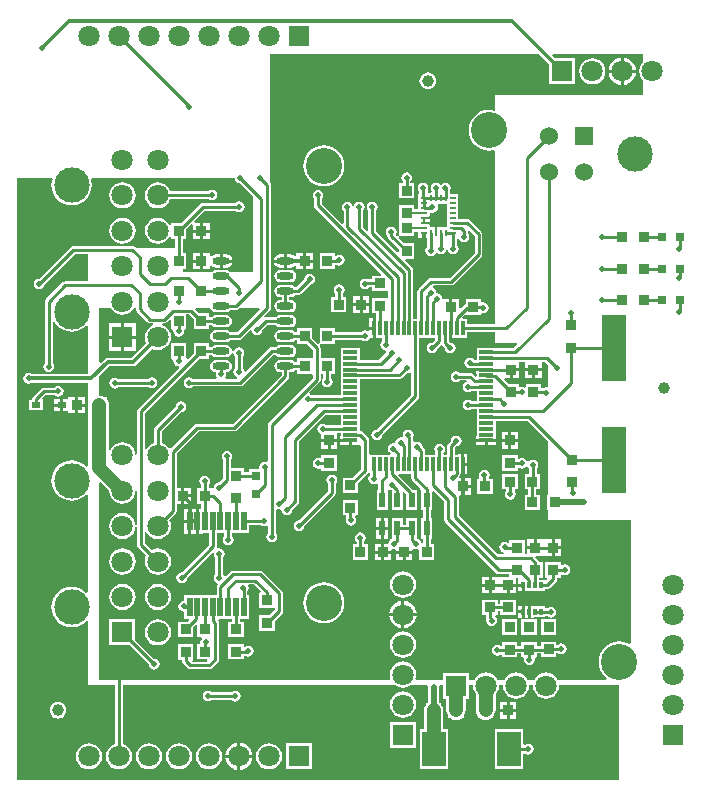
<source format=gtl>
G04*
G04 #@! TF.GenerationSoftware,Altium Limited,Altium Designer,20.0.11 (256)*
G04*
G04 Layer_Physical_Order=1*
G04 Layer_Color=255*
%FSLAX44Y44*%
%MOMM*%
G71*
G01*
G75*
%ADD10C,0.2000*%
%ADD12C,0.2500*%
%ADD15R,0.5300X1.3100*%
%ADD16R,0.9000X0.9000*%
%ADD17R,2.0000X3.0000*%
%ADD18C,1.0000*%
%ADD19O,1.4500X0.6000*%
%ADD20R,0.3000X0.5200*%
%ADD21R,0.9000X0.9000*%
%ADD22R,0.5300X0.2800*%
%ADD23R,0.2800X0.5300*%
%ADD24R,2.1000X5.6000*%
%ADD25R,0.5000X1.6500*%
%ADD26R,1.2000X0.3000*%
%ADD27R,0.3000X1.2000*%
%ADD28R,0.8000X0.5000*%
%ADD50C,0.5000*%
%ADD51R,0.8000X0.8000*%
%ADD52R,0.8000X0.8000*%
%ADD53C,0.5000*%
%ADD54C,1.2000*%
%ADD55C,0.3000*%
%ADD56C,3.0480*%
%ADD57C,1.5300*%
%ADD58R,1.5300X1.5300*%
%ADD59C,3.0000*%
%ADD60R,1.8000X1.8000*%
%ADD61C,1.8000*%
%ADD62R,1.8000X1.8000*%
G36*
X530000Y607513D02*
X528492Y605547D01*
X527383Y602872D01*
X527005Y600000D01*
X527383Y597128D01*
X528492Y594453D01*
X530000Y592487D01*
Y580000D01*
X405000D01*
Y567565D01*
X403980Y566808D01*
X403380Y566991D01*
X400000Y567323D01*
X396620Y566991D01*
X393371Y566005D01*
X390376Y564404D01*
X387751Y562249D01*
X385596Y559624D01*
X383995Y556629D01*
X383009Y553380D01*
X382677Y550000D01*
X383009Y546620D01*
X383995Y543371D01*
X385596Y540376D01*
X387751Y537751D01*
X390376Y535596D01*
X393371Y533995D01*
X396620Y533009D01*
X400000Y532677D01*
X403380Y533009D01*
X403980Y533191D01*
X405000Y532435D01*
Y385814D01*
X381001D01*
Y390500D01*
X377845D01*
X377360Y391673D01*
X379037Y393351D01*
X380001Y394020D01*
Y394020D01*
X380001Y394020D01*
X393001D01*
Y394515D01*
X394271Y395557D01*
X395000Y395412D01*
X396756Y395761D01*
X398244Y396756D01*
X399239Y398244D01*
X399588Y400000D01*
X399239Y401756D01*
X398244Y403244D01*
X396756Y404239D01*
X395000Y404588D01*
X394271Y404443D01*
X393001Y405485D01*
Y407020D01*
X380001D01*
Y403115D01*
X379732Y403061D01*
X378657Y402343D01*
X375714Y399400D01*
X374541Y399886D01*
Y407560D01*
X368771D01*
Y400520D01*
X366231D01*
Y407560D01*
X361406D01*
X360422Y407649D01*
X359996Y408637D01*
X359839Y409426D01*
X358844Y410914D01*
X357356Y411909D01*
X356278Y412123D01*
X355428Y412578D01*
X354973Y413428D01*
X354759Y414506D01*
X353764Y415994D01*
X352703Y416704D01*
X352399Y418139D01*
X352885Y418746D01*
X368060D01*
X369328Y418999D01*
X370403Y419717D01*
X393343Y442657D01*
X394061Y443732D01*
X394314Y445000D01*
Y462000D01*
X394061Y463268D01*
X393343Y464343D01*
X383793Y473893D01*
X382718Y474611D01*
X381450Y474864D01*
X373850D01*
Y485350D01*
Y496450D01*
X367743D01*
X366850Y497350D01*
X366822Y498620D01*
X367239Y499244D01*
X367588Y501000D01*
X367239Y502756D01*
X366244Y504244D01*
X364756Y505239D01*
X363000Y505588D01*
X361244Y505239D01*
X359756Y504244D01*
X359635Y504064D01*
X358365D01*
X358244Y504244D01*
X356756Y505239D01*
X355000Y505588D01*
X353244Y505239D01*
X351756Y504244D01*
X350761Y502756D01*
X350412Y501000D01*
X350761Y499244D01*
X351178Y498620D01*
X350523Y497350D01*
X348501D01*
X347822Y498620D01*
X348239Y499244D01*
X348588Y501000D01*
X348239Y502756D01*
X347244Y504244D01*
X345756Y505239D01*
X344000Y505588D01*
X342244Y505239D01*
X340756Y504244D01*
X339761Y502756D01*
X339412Y501000D01*
X339761Y499244D01*
X340686Y497859D01*
Y496450D01*
X340150D01*
Y489650D01*
Y483059D01*
X336500D01*
Y486500D01*
X323500D01*
Y474770D01*
X323500Y473500D01*
X323500D01*
Y473500D01*
X323500D01*
Y460982D01*
X322261Y460425D01*
X320920Y461767D01*
X321239Y462244D01*
X321588Y464000D01*
X321239Y465756D01*
X320244Y467244D01*
X318756Y468239D01*
X317000Y468588D01*
X315244Y468239D01*
X313756Y467244D01*
X312761Y465756D01*
X312412Y464000D01*
X312761Y462244D01*
X313726Y460800D01*
X313939Y459732D01*
X314657Y458657D01*
X323500Y449814D01*
Y447385D01*
X322327Y446899D01*
X304304Y464922D01*
Y481860D01*
X305229Y483244D01*
X305578Y485000D01*
X305229Y486756D01*
X304234Y488244D01*
X302746Y489239D01*
X300990Y489588D01*
X299234Y489239D01*
X297746Y488244D01*
X296751Y486756D01*
X296402Y485000D01*
X296751Y483244D01*
X297676Y481860D01*
Y465589D01*
X296503Y465103D01*
X293314Y468293D01*
Y481860D01*
X294239Y483244D01*
X294588Y485000D01*
X294239Y486756D01*
X293244Y488244D01*
X291756Y489239D01*
X290000Y489588D01*
X288244Y489239D01*
X286756Y488244D01*
X285761Y486756D01*
X285647Y486184D01*
X284353D01*
X284239Y486756D01*
X283244Y488244D01*
X281756Y489239D01*
X280000Y489588D01*
X278244Y489239D01*
X276756Y488244D01*
X275761Y486756D01*
X275412Y485000D01*
X275761Y483244D01*
X276686Y481860D01*
Y471339D01*
X275513Y470853D01*
X258314Y488052D01*
Y491860D01*
X259239Y493244D01*
X259588Y495000D01*
X259239Y496756D01*
X258244Y498244D01*
X256756Y499239D01*
X255000Y499588D01*
X253244Y499239D01*
X251756Y498244D01*
X250761Y496756D01*
X250412Y495000D01*
X250761Y493244D01*
X251686Y491860D01*
Y486680D01*
X251939Y485412D01*
X252657Y484337D01*
X308801Y428193D01*
X308314Y427020D01*
X301001D01*
Y423834D01*
X297362D01*
X296756Y424239D01*
X295000Y424588D01*
X293244Y424239D01*
X291756Y423244D01*
X290761Y421756D01*
X290412Y420000D01*
X290761Y418244D01*
X291756Y416756D01*
X293244Y415761D01*
X295000Y415412D01*
X296756Y415761D01*
X298244Y416756D01*
X298545Y417206D01*
X301001D01*
Y414020D01*
X314000D01*
X314187Y412827D01*
Y409213D01*
X314000Y408020D01*
X301001D01*
Y395020D01*
X304187D01*
Y391040D01*
X303771D01*
Y382500D01*
Y373960D01*
X306541D01*
Y374500D01*
X309187D01*
Y371552D01*
X309176Y371544D01*
X308181Y370056D01*
X307832Y368300D01*
X308181Y366544D01*
X309176Y365056D01*
X310664Y364061D01*
X311985Y363798D01*
X312880Y362824D01*
X313029Y362538D01*
X312936Y362072D01*
X306677Y355814D01*
X290501D01*
Y366000D01*
X274501D01*
Y354000D01*
Y344000D01*
Y334000D01*
Y325894D01*
X249520D01*
X248181Y326789D01*
X248008Y326934D01*
X247738Y328142D01*
X256343Y336747D01*
X257061Y337822D01*
X257314Y339090D01*
Y344020D01*
X259526D01*
Y340300D01*
X258601Y338916D01*
X258252Y337160D01*
X258601Y335404D01*
X259596Y333916D01*
X261084Y332921D01*
X262840Y332572D01*
X264596Y332921D01*
X266084Y333916D01*
X267079Y335404D01*
X267428Y337160D01*
X267079Y338916D01*
X266154Y340300D01*
Y344020D01*
X269340D01*
Y357020D01*
X257314D01*
Y365720D01*
X257061Y366988D01*
X256343Y368063D01*
X256197Y368209D01*
X256782Y369420D01*
X269340D01*
Y372606D01*
X291979D01*
X293244Y371761D01*
X295000Y371412D01*
X296756Y371761D01*
X298244Y372756D01*
X299049Y373960D01*
X301231D01*
Y381230D01*
X298461D01*
Y380627D01*
X297191Y379948D01*
X296756Y380239D01*
X295000Y380588D01*
X293244Y380239D01*
X291756Y379244D01*
X291749Y379234D01*
X269340D01*
Y382420D01*
X256340D01*
Y369862D01*
X255129Y369277D01*
X250340Y374066D01*
Y382420D01*
X237340D01*
Y379214D01*
X235549D01*
X235355Y379505D01*
X233701Y380610D01*
X231750Y380998D01*
X223250D01*
X221299Y380610D01*
X219645Y379505D01*
X218540Y377851D01*
X218152Y375900D01*
X218540Y373949D01*
X219645Y372295D01*
X221299Y371190D01*
X223250Y370802D01*
X231750D01*
X233701Y371190D01*
X235355Y372295D01*
X235549Y372586D01*
X237340D01*
Y369420D01*
X245614D01*
X250686Y364347D01*
Y358147D01*
X250340Y357020D01*
X249416Y357020D01*
X237340D01*
Y353814D01*
X235549D01*
X235355Y354105D01*
X233701Y355210D01*
X231750Y355598D01*
X223250D01*
X221299Y355210D01*
X219645Y354105D01*
X218540Y352451D01*
X218152Y350500D01*
X218540Y348549D01*
X219645Y346895D01*
X221299Y345790D01*
X223250Y345402D01*
X224186D01*
Y343173D01*
X182778Y301764D01*
X152557D01*
X151290Y301511D01*
X150214Y300793D01*
X130333Y280912D01*
X130108Y280845D01*
X128784Y281006D01*
X128724Y281050D01*
X127346Y282845D01*
X125048Y284608D01*
X122814Y285534D01*
Y295128D01*
X139122Y311436D01*
X140756Y311761D01*
X142244Y312756D01*
X143239Y314244D01*
X143588Y316000D01*
X143239Y317756D01*
X142244Y319244D01*
X140756Y320239D01*
X139000Y320588D01*
X137244Y320239D01*
X135756Y319244D01*
X134761Y317756D01*
X134436Y316122D01*
X117157Y298844D01*
X116439Y297769D01*
X116187Y296501D01*
Y285534D01*
X113953Y284608D01*
X111655Y282845D01*
X109892Y280547D01*
X109694Y280070D01*
X108424Y280322D01*
Y310748D01*
X154396Y356720D01*
X162710D01*
Y359906D01*
X164937D01*
X165145Y359595D01*
X166799Y358490D01*
X168750Y358102D01*
X177250D01*
X179201Y358490D01*
X180855Y359595D01*
X181960Y361249D01*
X182104Y361975D01*
X182138Y362141D01*
X183372Y361950D01*
X183410Y361759D01*
X183721Y360194D01*
X184646Y358810D01*
Y348581D01*
X183721Y347196D01*
X183372Y345440D01*
X183721Y343684D01*
X184716Y342196D01*
X186204Y341201D01*
X186543Y341134D01*
X186418Y339864D01*
X177021D01*
X176497Y341134D01*
X177239Y342244D01*
X177588Y344000D01*
X177307Y345413D01*
X179201Y345790D01*
X180855Y346895D01*
X181960Y348549D01*
X182348Y350500D01*
X181960Y352451D01*
X180855Y354105D01*
X179201Y355210D01*
X177250Y355598D01*
X168750D01*
X166799Y355210D01*
X165145Y354105D01*
X164040Y352451D01*
X163652Y350500D01*
X164040Y348549D01*
X165145Y346895D01*
X166799Y345790D01*
X168693Y345413D01*
X168412Y344000D01*
X168761Y342244D01*
X169503Y341134D01*
X168979Y339864D01*
X149191D01*
X147806Y340789D01*
X146050Y341138D01*
X144294Y340789D01*
X142806Y339794D01*
X141811Y338306D01*
X141462Y336550D01*
X141811Y334794D01*
X142806Y333306D01*
X144294Y332311D01*
X146050Y331962D01*
X147806Y332311D01*
X149191Y333236D01*
X189230D01*
X190498Y333489D01*
X191573Y334207D01*
X217253Y359886D01*
X219451D01*
X219645Y359595D01*
X221299Y358490D01*
X223250Y358102D01*
X231750D01*
X233701Y358490D01*
X235355Y359595D01*
X236460Y361249D01*
X236848Y363200D01*
X236460Y365151D01*
X235355Y366805D01*
X233701Y367910D01*
X231750Y368298D01*
X223250D01*
X221299Y367910D01*
X219645Y366805D01*
X219451Y366514D01*
X215880D01*
X214612Y366261D01*
X213537Y365543D01*
X193775Y345781D01*
X192397Y346199D01*
X192199Y347196D01*
X191274Y348581D01*
Y358810D01*
X192199Y360194D01*
X192548Y361950D01*
X192199Y363706D01*
X191204Y365194D01*
X189716Y366189D01*
X187960Y366538D01*
X186204Y366189D01*
X184716Y365194D01*
X183721Y363706D01*
X183616Y363175D01*
X183582Y363008D01*
X182348Y363200D01*
X182310Y363391D01*
X181960Y365151D01*
X180855Y366805D01*
X179201Y367910D01*
X177250Y368298D01*
X168750D01*
X166799Y367910D01*
X165145Y366805D01*
X164964Y366534D01*
X162710D01*
Y369720D01*
X149710D01*
Y361406D01*
X144949Y356645D01*
X143710Y357202D01*
Y369720D01*
X130710D01*
Y356720D01*
X131753D01*
X132559Y355738D01*
X132412Y355000D01*
X132761Y353244D01*
X133756Y351756D01*
X135244Y350761D01*
X136933Y350425D01*
X137116Y350148D01*
X137525Y349221D01*
X102767Y314464D01*
X102049Y313389D01*
X101797Y312121D01*
Y275604D01*
X100527Y275521D01*
X100217Y277872D01*
X99109Y280547D01*
X97346Y282845D01*
X95048Y284608D01*
X92372Y285717D01*
X89501Y286095D01*
X86629Y285717D01*
X83953Y284608D01*
X81655Y282845D01*
X79892Y280547D01*
X79339Y279212D01*
X78069Y279465D01*
Y317350D01*
X77794Y319438D01*
X76988Y321385D01*
X76350Y322216D01*
Y324000D01*
X74521D01*
X73885Y324488D01*
X71938Y325294D01*
X70000Y325549D01*
Y341953D01*
X78478Y350431D01*
X98500D01*
X99866Y350703D01*
X101023Y351477D01*
X114650Y365103D01*
X116628Y364283D01*
X119500Y363905D01*
X122372Y364283D01*
X125048Y365392D01*
X127345Y367155D01*
X129108Y369453D01*
X130217Y372128D01*
X130595Y375000D01*
X130217Y377872D01*
X129108Y380547D01*
X127345Y382845D01*
X125048Y384608D01*
X123363Y385306D01*
X123615Y386576D01*
X124460D01*
X125728Y386829D01*
X126803Y387547D01*
X129537Y390280D01*
X130710Y389794D01*
Y382120D01*
X131593D01*
X132581Y380850D01*
X132412Y380000D01*
X132761Y378244D01*
X133756Y376756D01*
X135244Y375761D01*
X137000Y375412D01*
X138756Y375761D01*
X140244Y376756D01*
X141239Y378244D01*
X141588Y380000D01*
X141419Y380850D01*
X142407Y382120D01*
X143710D01*
Y394196D01*
X145948D01*
X149710Y390434D01*
Y382120D01*
X162710D01*
Y385306D01*
X164937D01*
X165145Y384995D01*
X166799Y383890D01*
X168750Y383502D01*
X177250D01*
X179201Y383890D01*
X180855Y384995D01*
X181960Y386649D01*
X182348Y388600D01*
X181960Y390551D01*
X180855Y392205D01*
X179201Y393310D01*
X177250Y393698D01*
X168750D01*
X166799Y393310D01*
X165145Y392205D01*
X164964Y391934D01*
X162710D01*
Y395120D01*
X154396D01*
X151275Y398242D01*
X151761Y399415D01*
X164027D01*
X164040Y399349D01*
X165145Y397695D01*
X166799Y396590D01*
X168750Y396202D01*
X177250D01*
X179201Y396590D01*
X180855Y397695D01*
X181049Y397986D01*
X185400D01*
X186668Y398239D01*
X187743Y398957D01*
X188201Y399415D01*
X205109D01*
X205595Y398242D01*
X186567Y379214D01*
X181049D01*
X180855Y379505D01*
X179201Y380610D01*
X177250Y380998D01*
X168750D01*
X166799Y380610D01*
X165145Y379505D01*
X164040Y377851D01*
X163652Y375900D01*
X164040Y373949D01*
X165145Y372295D01*
X166799Y371190D01*
X168750Y370802D01*
X177250D01*
X179201Y371190D01*
X180855Y372295D01*
X181049Y372586D01*
X187940D01*
X189208Y372839D01*
X190283Y373557D01*
X197385Y380659D01*
X198763Y380241D01*
X198961Y379244D01*
X199956Y377756D01*
X201444Y376761D01*
X203200Y376412D01*
X204956Y376761D01*
X206444Y377756D01*
X207439Y379244D01*
X207764Y380878D01*
X212173Y385286D01*
X219451D01*
X219645Y384995D01*
X221299Y383890D01*
X223250Y383502D01*
X231750D01*
X233701Y383890D01*
X235355Y384995D01*
X236460Y386649D01*
X236848Y388600D01*
X236460Y390551D01*
X235355Y392205D01*
X233701Y393310D01*
X231750Y393698D01*
X223250D01*
X221299Y393310D01*
X219645Y392205D01*
X219451Y391914D01*
X210800D01*
X210346Y391823D01*
X209720Y392994D01*
X214433Y397707D01*
X215151Y398782D01*
X215404Y400050D01*
Y503910D01*
X215151Y505178D01*
X214518Y506126D01*
Y614518D01*
X215000Y615000D01*
X441853D01*
X450900Y605953D01*
Y589000D01*
X472900D01*
Y611000D01*
X455947D01*
X453120Y613827D01*
X453606Y615000D01*
X530000D01*
Y607513D01*
D02*
G37*
G36*
X184761Y508244D02*
X185756Y506756D01*
X187244Y505761D01*
X188878Y505436D01*
X200000Y494314D01*
Y430039D01*
X181032D01*
X180855Y430305D01*
X179201Y431410D01*
X177250Y431798D01*
X168750D01*
X166799Y431410D01*
X165145Y430305D01*
X164968Y430039D01*
X141477D01*
X141033Y431111D01*
Y432920D01*
X143710D01*
Y445920D01*
X141033D01*
Y448967D01*
X140524Y449476D01*
Y458320D01*
X143710D01*
Y466634D01*
X147900Y470824D01*
X149170Y470298D01*
Y466090D01*
X154940D01*
Y471860D01*
X150732D01*
X150206Y473130D01*
X159002Y481926D01*
X185186D01*
X186571Y481001D01*
X188326Y480652D01*
X190082Y481001D01*
X191571Y481995D01*
X192565Y483484D01*
X192915Y485240D01*
X192565Y486996D01*
X191571Y488484D01*
X190082Y489479D01*
X188326Y489828D01*
X186571Y489479D01*
X185186Y488553D01*
X157630D01*
X156362Y488301D01*
X155287Y487583D01*
X139024Y471320D01*
X130710D01*
Y470000D01*
X129440Y469747D01*
X129108Y470547D01*
X127345Y472845D01*
X125048Y474608D01*
X122372Y475717D01*
X119500Y476095D01*
X116628Y475717D01*
X113953Y474608D01*
X111655Y472845D01*
X109892Y470547D01*
X108783Y467872D01*
X108405Y465000D01*
X108783Y462128D01*
X109892Y459453D01*
X111655Y457155D01*
X113953Y455392D01*
X116628Y454283D01*
X119500Y453905D01*
X122372Y454283D01*
X125048Y455392D01*
X127345Y457155D01*
X129108Y459453D01*
X129440Y460253D01*
X130710Y460000D01*
Y458320D01*
X133896D01*
Y450039D01*
X101647D01*
X100343Y451343D01*
X99268Y452061D01*
X98000Y452314D01*
X48000D01*
X46732Y452061D01*
X45657Y451343D01*
X18878Y424564D01*
X17244Y424239D01*
X15756Y423244D01*
X14761Y421756D01*
X14412Y420000D01*
X14761Y418244D01*
X15756Y416756D01*
X17244Y415761D01*
X19000Y415412D01*
X20756Y415761D01*
X22244Y416756D01*
X23239Y418244D01*
X23564Y419878D01*
X49373Y445686D01*
X59961D01*
Y422314D01*
X41000D01*
X39732Y422061D01*
X38657Y421343D01*
X24657Y407343D01*
X23939Y406268D01*
X23686Y405000D01*
Y353140D01*
X22761Y351756D01*
X22412Y350000D01*
X22761Y348244D01*
X23756Y346756D01*
X25244Y345761D01*
X27000Y345412D01*
X28756Y345761D01*
X30244Y346756D01*
X31239Y348244D01*
X31588Y350000D01*
X31239Y351756D01*
X30314Y353140D01*
Y388025D01*
X31584Y388344D01*
X32297Y387010D01*
X34421Y384421D01*
X37010Y382297D01*
X39963Y380718D01*
X43168Y379746D01*
X46500Y379418D01*
X49833Y379746D01*
X53037Y380718D01*
X55990Y382297D01*
X58579Y384421D01*
X58765Y384648D01*
X59961Y384220D01*
Y343569D01*
X12759D01*
X11756Y344239D01*
X10000Y344588D01*
X8244Y344239D01*
X6756Y343244D01*
X5761Y341756D01*
X5412Y340000D01*
X5761Y338244D01*
X6756Y336756D01*
X8244Y335761D01*
X10000Y335412D01*
X11756Y335761D01*
X12759Y336431D01*
X59961D01*
Y265781D01*
X58765Y265353D01*
X58580Y265579D01*
X55991Y267703D01*
X53038Y269282D01*
X49833Y270254D01*
X46501Y270582D01*
X43168Y270254D01*
X39964Y269282D01*
X37010Y267703D01*
X34422Y265579D01*
X32297Y262990D01*
X30719Y260037D01*
X29747Y256833D01*
X29418Y253500D01*
X29747Y250167D01*
X30719Y246963D01*
X32297Y244010D01*
X34422Y241421D01*
X37010Y239297D01*
X39964Y237718D01*
X43168Y236746D01*
X46501Y236418D01*
X49833Y236746D01*
X53038Y237718D01*
X55991Y239297D01*
X58580Y241421D01*
X58765Y241647D01*
X59961Y241219D01*
Y158781D01*
X58765Y158353D01*
X58580Y158579D01*
X55991Y160703D01*
X53038Y162282D01*
X49833Y163254D01*
X46501Y163582D01*
X43168Y163254D01*
X39964Y162282D01*
X37010Y160703D01*
X34422Y158579D01*
X32297Y155990D01*
X30719Y153037D01*
X29747Y149833D01*
X29418Y146500D01*
X29747Y143167D01*
X30719Y139963D01*
X32297Y137010D01*
X34422Y134421D01*
X37010Y132297D01*
X39964Y130718D01*
X43168Y129746D01*
X46501Y129418D01*
X49833Y129746D01*
X53038Y130718D01*
X55991Y132297D01*
X58580Y134421D01*
X58765Y134647D01*
X59961Y134219D01*
Y80039D01*
X83183D01*
Y30534D01*
X80949Y29609D01*
X78651Y27845D01*
X76888Y25547D01*
X75780Y22872D01*
X75402Y20000D01*
X75780Y17128D01*
X76888Y14453D01*
X78651Y12155D01*
X80949Y10391D01*
X83625Y9283D01*
X86497Y8905D01*
X89368Y9283D01*
X92044Y10391D01*
X94342Y12155D01*
X96105Y14453D01*
X97213Y17128D01*
X97591Y20000D01*
X97213Y22872D01*
X96105Y25547D01*
X94342Y27845D01*
X92044Y29609D01*
X89810Y30534D01*
Y80039D01*
X321000D01*
X321453Y79691D01*
X324129Y78583D01*
X327001Y78205D01*
X329872Y78583D01*
X332548Y79691D01*
X333002Y80039D01*
X347618D01*
X348423Y79057D01*
X348412Y79000D01*
Y65563D01*
X348330Y65500D01*
X346500D01*
Y63671D01*
X346012Y63035D01*
X345206Y61088D01*
X344931Y59000D01*
Y43000D01*
X341000D01*
Y9000D01*
X365000D01*
Y43000D01*
X361069D01*
Y59000D01*
X360794Y61088D01*
X359988Y63035D01*
X359500Y63671D01*
Y65500D01*
X357671D01*
X357588Y65563D01*
Y79000D01*
X357577Y79057D01*
X358382Y80039D01*
X360900D01*
Y69000D01*
X363831D01*
Y59100D01*
X364106Y57012D01*
X364912Y55065D01*
X365500Y54299D01*
Y52500D01*
X367330D01*
X367966Y52012D01*
X369912Y51206D01*
X372000Y50931D01*
X374088Y51206D01*
X376035Y52012D01*
X376670Y52500D01*
X378500D01*
Y54330D01*
X378988Y54966D01*
X379794Y56912D01*
X380069Y59000D01*
X379969Y59759D01*
Y69000D01*
X382900D01*
Y80039D01*
X386171D01*
X386205Y80000D01*
X386583Y77128D01*
X387691Y74453D01*
X389231Y72446D01*
Y61149D01*
X389206Y61088D01*
X388931Y59000D01*
X389206Y56912D01*
X390012Y54966D01*
X390500Y54330D01*
Y52500D01*
X392330D01*
X392966Y52012D01*
X394912Y51206D01*
X397000Y50931D01*
X399088Y51206D01*
X401035Y52012D01*
X401670Y52500D01*
X403500D01*
Y54239D01*
X404288Y55265D01*
X405094Y57212D01*
X405369Y59300D01*
Y72446D01*
X406908Y74453D01*
X408017Y77128D01*
X408395Y80000D01*
X408429Y80039D01*
X411571D01*
X411605Y80000D01*
X411983Y77128D01*
X413092Y74453D01*
X414855Y72155D01*
X417152Y70392D01*
X419828Y69283D01*
X422700Y68905D01*
X425572Y69283D01*
X428247Y70392D01*
X430545Y72155D01*
X432309Y74453D01*
X433417Y77128D01*
X433795Y80000D01*
X433829Y80039D01*
X436971D01*
X437005Y80000D01*
X437383Y77128D01*
X438492Y74453D01*
X440255Y72155D01*
X442552Y70392D01*
X445228Y69283D01*
X448100Y68905D01*
X450972Y69283D01*
X453647Y70392D01*
X455945Y72155D01*
X457709Y74453D01*
X458817Y77128D01*
X459195Y80000D01*
X459229Y80039D01*
X509961D01*
Y39D01*
X-39D01*
Y510000D01*
X29641D01*
X30397Y508980D01*
X29746Y506833D01*
X29418Y503500D01*
X29746Y500167D01*
X30718Y496963D01*
X32297Y494010D01*
X34421Y491421D01*
X37010Y489297D01*
X39963Y487718D01*
X43168Y486746D01*
X46500Y486418D01*
X49833Y486746D01*
X53037Y487718D01*
X55990Y489297D01*
X58579Y491421D01*
X60703Y494010D01*
X62282Y496963D01*
X63254Y500167D01*
X63582Y503500D01*
X63254Y506833D01*
X62603Y508980D01*
X63359Y510000D01*
X184412D01*
X184761Y508244D01*
D02*
G37*
G36*
X364550Y481050D02*
Y467950D01*
X358790D01*
Y468490D01*
X356120D01*
Y467951D01*
X355749D01*
Y463300D01*
X353950D01*
Y467951D01*
X353580D01*
Y468490D01*
X350910D01*
X349990Y469335D01*
Y470280D01*
X349450D01*
Y470650D01*
X344800D01*
Y472820D01*
X349990D01*
Y474580D01*
X344800D01*
Y476749D01*
X349450D01*
Y477120D01*
X349990D01*
Y479520D01*
X350913Y480628D01*
X352000Y480412D01*
X353756Y480761D01*
X355244Y481756D01*
X356239Y483244D01*
X356588Y485000D01*
X356239Y486756D01*
X356123Y486930D01*
X356721Y488050D01*
X364550D01*
Y481050D01*
D02*
G37*
G36*
X387686Y460627D02*
Y446373D01*
X366688Y425374D01*
X350940D01*
X349672Y425121D01*
X348597Y424403D01*
X340158Y415964D01*
X339439Y414889D01*
X339187Y413621D01*
Y390500D01*
X335814D01*
Y432039D01*
X335562Y433307D01*
X334844Y434383D01*
X328899Y440327D01*
X329386Y441500D01*
X336500D01*
Y454500D01*
X328186D01*
X323425Y459261D01*
X323982Y460500D01*
X336500D01*
Y463941D01*
X339610D01*
Y459010D01*
X343530D01*
Y462950D01*
X346070D01*
Y459010D01*
X347150D01*
Y458650D01*
X347206D01*
Y451451D01*
X346281Y450066D01*
X345932Y448310D01*
X346281Y446554D01*
X347276Y445066D01*
X348764Y444071D01*
X350520Y443722D01*
X352276Y444071D01*
X353764Y445066D01*
X354626Y446355D01*
X355495Y446532D01*
X356046Y446515D01*
X356166Y446336D01*
X357654Y445341D01*
X359410Y444992D01*
X361166Y445341D01*
X362654Y446336D01*
X363649Y447824D01*
X363843Y448798D01*
X365137D01*
X365331Y447824D01*
X366326Y446336D01*
X367814Y445341D01*
X369570Y444992D01*
X371326Y445341D01*
X372814Y446336D01*
X373809Y447824D01*
X374158Y449580D01*
X373809Y451336D01*
X372884Y452720D01*
Y458198D01*
X374154Y458323D01*
X374221Y457984D01*
X375216Y456496D01*
X376704Y455501D01*
X378460Y455152D01*
X380216Y455501D01*
X381704Y456496D01*
X382699Y457984D01*
X383048Y459740D01*
X382699Y461496D01*
X381774Y462881D01*
Y464744D01*
X381946Y464897D01*
X382963Y465351D01*
X387686Y460627D01*
D02*
G37*
G36*
X100686Y398890D02*
X100939Y397622D01*
X101657Y396547D01*
X110657Y387547D01*
X111732Y386829D01*
X113000Y386576D01*
X115385D01*
X115637Y385306D01*
X113953Y384608D01*
X111655Y382845D01*
X109892Y380547D01*
X108783Y377872D01*
X108405Y375000D01*
X108783Y372128D01*
X109603Y370150D01*
X97022Y357569D01*
X77000D01*
X75634Y357297D01*
X74477Y356523D01*
X71173Y353220D01*
X70000Y353706D01*
Y399265D01*
X70062Y399415D01*
X79920D01*
X81655Y397155D01*
X83953Y395392D01*
X86629Y394283D01*
X89500Y393905D01*
X92372Y394283D01*
X95048Y395392D01*
X97345Y397155D01*
X99080Y399415D01*
X100686D01*
Y398890D01*
D02*
G37*
G36*
X368771Y373960D02*
X371541D01*
Y374500D01*
X381001D01*
Y379186D01*
X405000D01*
Y370000D01*
X423344D01*
X423830Y368827D01*
X420817Y365814D01*
X405500D01*
Y366000D01*
X389501D01*
Y355814D01*
X387112D01*
X386784Y356304D01*
X385296Y357299D01*
X383540Y357648D01*
X381784Y357299D01*
X380296Y356304D01*
X379301Y354816D01*
X378952Y353060D01*
X379301Y351304D01*
X380296Y349816D01*
X381784Y348821D01*
X383540Y348472D01*
X385296Y348821D01*
X385842Y349186D01*
X388961D01*
Y348770D01*
X397501D01*
Y346230D01*
X388961D01*
Y343460D01*
X389501D01*
Y342152D01*
X388231Y341626D01*
X385883Y343973D01*
X384808Y344691D01*
X383540Y344944D01*
X375251D01*
X373866Y345869D01*
X372110Y346218D01*
X370354Y345869D01*
X368866Y344874D01*
X367871Y343386D01*
X367522Y341630D01*
X367871Y339874D01*
X368866Y338386D01*
X370354Y337391D01*
X372110Y337042D01*
X373866Y337391D01*
X375251Y338316D01*
X380728D01*
X380853Y337046D01*
X380514Y336979D01*
X379026Y335984D01*
X378031Y334496D01*
X377682Y332740D01*
X378031Y330984D01*
X379026Y329496D01*
X380514Y328501D01*
X382270Y328152D01*
X384026Y328501D01*
X385051Y329186D01*
X389501D01*
Y320814D01*
X385410D01*
X384026Y321739D01*
X382270Y322088D01*
X380514Y321739D01*
X379026Y320744D01*
X378031Y319256D01*
X377682Y317500D01*
X378031Y315744D01*
X379026Y314256D01*
X380514Y313261D01*
X382270Y312912D01*
X384026Y313261D01*
X385410Y314186D01*
X389501D01*
Y304000D01*
Y291540D01*
X388961D01*
Y288770D01*
X397501D01*
X406040D01*
Y291540D01*
X405500D01*
Y304186D01*
X432648D01*
X450000Y286834D01*
Y241500D01*
X449000D01*
Y228500D01*
X450000D01*
Y220000D01*
X520000Y220000D01*
X520000Y115643D01*
X518730Y114882D01*
X516629Y116005D01*
X513380Y116990D01*
X510000Y117323D01*
X506620Y116990D01*
X503371Y116005D01*
X500376Y114404D01*
X497751Y112249D01*
X495596Y109624D01*
X493995Y106629D01*
X493009Y103380D01*
X492677Y100000D01*
X493009Y96620D01*
X493995Y93371D01*
X495596Y90376D01*
X497751Y87751D01*
X499554Y86270D01*
X499100Y85000D01*
X457935D01*
X457709Y85547D01*
X455945Y87845D01*
X453647Y89608D01*
X450972Y90717D01*
X448100Y91095D01*
X445228Y90717D01*
X442552Y89608D01*
X440255Y87845D01*
X438492Y85547D01*
X438265Y85000D01*
X432535D01*
X432309Y85547D01*
X430545Y87845D01*
X428247Y89608D01*
X425572Y90717D01*
X422700Y91095D01*
X419828Y90717D01*
X417152Y89608D01*
X414855Y87845D01*
X413092Y85547D01*
X412865Y85000D01*
X407135D01*
X406908Y85547D01*
X405145Y87845D01*
X402848Y89608D01*
X400172Y90717D01*
X397300Y91095D01*
X394428Y90717D01*
X391753Y89608D01*
X389455Y87845D01*
X387691Y85547D01*
X387465Y85000D01*
X382900D01*
Y91000D01*
X360900D01*
Y85000D01*
X338269D01*
X337564Y86056D01*
X337718Y86428D01*
X338096Y89300D01*
X337718Y92171D01*
X336609Y94847D01*
X334846Y97145D01*
X332548Y98908D01*
X329872Y100016D01*
X327001Y100394D01*
X324129Y100016D01*
X321453Y98908D01*
X319156Y97145D01*
X317392Y94847D01*
X316284Y92171D01*
X315906Y89300D01*
X316284Y86428D01*
X316438Y86056D01*
X315732Y85000D01*
X70000D01*
Y251430D01*
X71173Y251916D01*
X78454Y244636D01*
X78784Y242128D01*
X79892Y239453D01*
X81655Y237155D01*
X83953Y235392D01*
X86629Y234283D01*
X89501Y233905D01*
X92372Y234283D01*
X95048Y235392D01*
X97346Y237155D01*
X99109Y239453D01*
X100217Y242128D01*
X100527Y244479D01*
X101797Y244396D01*
Y215604D01*
X100527Y215521D01*
X100502Y215710D01*
X100217Y217872D01*
X99109Y220548D01*
X97346Y222845D01*
X95048Y224608D01*
X92372Y225717D01*
X89501Y226095D01*
X86629Y225717D01*
X83953Y224608D01*
X81655Y222845D01*
X79892Y220548D01*
X78784Y217872D01*
X78406Y215000D01*
X78784Y212129D01*
X79892Y209453D01*
X81655Y207155D01*
X83953Y205392D01*
X86629Y204283D01*
X89501Y203905D01*
X92372Y204283D01*
X95048Y205392D01*
X97346Y207155D01*
X99109Y209453D01*
X100217Y212129D01*
X100502Y214290D01*
X100527Y214479D01*
X101797Y214396D01*
Y199390D01*
X102049Y198122D01*
X102767Y197047D01*
X109709Y190105D01*
X108784Y187872D01*
X108406Y185000D01*
X108784Y182128D01*
X109892Y179453D01*
X111655Y177155D01*
X113953Y175392D01*
X116629Y174283D01*
X119501Y173905D01*
X122372Y174283D01*
X125048Y175392D01*
X127346Y177155D01*
X129109Y179453D01*
X130217Y182128D01*
X130596Y185000D01*
X130217Y187872D01*
X129109Y190547D01*
X127346Y192845D01*
X125048Y194608D01*
X122372Y195717D01*
X119501Y196095D01*
X116629Y195717D01*
X114395Y194792D01*
X108424Y200763D01*
Y209678D01*
X109694Y209930D01*
X109892Y209453D01*
X111655Y207155D01*
X113953Y205392D01*
X116629Y204283D01*
X119501Y203905D01*
X122372Y204283D01*
X125048Y205392D01*
X127346Y207155D01*
X129109Y209453D01*
X130217Y212129D01*
X130596Y215000D01*
X130217Y217872D01*
X129292Y220105D01*
X134423Y225236D01*
X135141Y226311D01*
X135394Y227579D01*
Y233480D01*
X139230D01*
Y240520D01*
Y247560D01*
X135394D01*
Y276600D01*
X153930Y295136D01*
X184150D01*
X185418Y295389D01*
X186493Y296107D01*
X229843Y339457D01*
X230561Y340532D01*
X230814Y341800D01*
Y345402D01*
X231750D01*
X233701Y345790D01*
X235355Y346895D01*
X235549Y347186D01*
X237340D01*
Y344020D01*
X250340Y344020D01*
X250686Y342893D01*
Y340463D01*
X213557Y303333D01*
X212839Y302258D01*
X212586Y300990D01*
X212686Y300487D01*
Y270028D01*
X211416Y269306D01*
X210000Y269588D01*
X208244Y269239D01*
X206756Y268244D01*
X205761Y266756D01*
X205412Y265000D01*
X205511Y264504D01*
X204705Y263522D01*
X196500D01*
Y260834D01*
X192001D01*
Y264020D01*
X181314D01*
Y270860D01*
X182239Y272244D01*
X182588Y274000D01*
X182239Y275756D01*
X181244Y277244D01*
X179756Y278239D01*
X178000Y278588D01*
X176244Y278239D01*
X174756Y277244D01*
X173761Y275756D01*
X173412Y274000D01*
X173761Y272244D01*
X174686Y270860D01*
Y255573D01*
X171328Y252214D01*
X169694Y251889D01*
X168206Y250894D01*
X167211Y249406D01*
X166910Y247891D01*
X166397Y247399D01*
X165692Y247020D01*
X162814D01*
Y250609D01*
X163239Y251244D01*
X163588Y253000D01*
X163239Y254756D01*
X162244Y256244D01*
X160756Y257239D01*
X159000Y257588D01*
X157244Y257239D01*
X155756Y256244D01*
X154761Y254756D01*
X154412Y253000D01*
X154761Y251244D01*
X155756Y249756D01*
X156187Y249468D01*
Y247020D01*
X153000D01*
Y234020D01*
X156187D01*
Y229810D01*
X154270D01*
Y219020D01*
Y208230D01*
X158041D01*
Y208770D01*
X162687D01*
Y199123D01*
X139578Y176014D01*
X137944Y175689D01*
X136456Y174694D01*
X135461Y173206D01*
X135112Y171450D01*
X135461Y169694D01*
X136456Y168206D01*
X137944Y167211D01*
X139700Y166862D01*
X141456Y167211D01*
X142944Y168206D01*
X143939Y169694D01*
X144264Y171328D01*
X165781Y192844D01*
X166951Y192219D01*
X166862Y191770D01*
X167211Y190014D01*
X168136Y188629D01*
Y174590D01*
X167211Y173206D01*
X166862Y171450D01*
X167211Y169694D01*
X168206Y168206D01*
X169694Y167211D01*
X169900Y167170D01*
X170269Y165955D01*
X170157Y165844D01*
X169439Y164769D01*
X169187Y163500D01*
Y156770D01*
X142001D01*
Y151982D01*
X141448Y151529D01*
X139692Y151180D01*
X138204Y150185D01*
X137209Y148697D01*
X136860Y146941D01*
X137209Y145185D01*
X138204Y143697D01*
X139692Y142702D01*
X141448Y142353D01*
X142001Y141900D01*
Y136270D01*
X145424D01*
X145911Y135097D01*
X144814Y134000D01*
X136500D01*
Y121000D01*
X149500D01*
Y129314D01*
X151826Y131640D01*
X153000Y131154D01*
Y121062D01*
X155868D01*
X156454Y119792D01*
X155761Y118756D01*
X155412Y117000D01*
X155545Y116333D01*
X154502Y115063D01*
X153000D01*
Y102063D01*
X160853D01*
X161483Y100793D01*
X161119Y100314D01*
X149006D01*
X148695Y100730D01*
X149332Y102000D01*
X149500D01*
Y115000D01*
X136500D01*
Y102000D01*
X139686D01*
Y101000D01*
X139939Y99732D01*
X140657Y98657D01*
X144657Y94657D01*
X145732Y93939D01*
X147000Y93686D01*
X163000D01*
X164268Y93939D01*
X165343Y94657D01*
X170343Y99657D01*
X171061Y100732D01*
X171314Y102000D01*
Y133000D01*
X171061Y134268D01*
X170572Y135000D01*
X171068Y136270D01*
X182187D01*
Y134062D01*
X179000D01*
Y121062D01*
X192001D01*
Y134062D01*
X188814D01*
Y136270D01*
X196500D01*
Y156770D01*
X195314D01*
Y159764D01*
X196009Y160804D01*
X196358Y162560D01*
X196009Y164316D01*
X195902Y164476D01*
X196500Y165596D01*
X200718D01*
X206640Y159673D01*
X206154Y158500D01*
X205500D01*
Y145500D01*
X218342D01*
X218575Y144261D01*
X213814Y139500D01*
X205500D01*
Y126500D01*
X218500D01*
Y134814D01*
X224343Y140657D01*
X225061Y141732D01*
X225314Y143000D01*
Y158000D01*
X225061Y159268D01*
X224343Y160343D01*
X208343Y176343D01*
X207268Y177061D01*
X206000Y177314D01*
X183000D01*
X181732Y177061D01*
X180657Y176343D01*
X176945Y172631D01*
X175730Y173000D01*
X175689Y173206D01*
X174764Y174590D01*
Y188629D01*
X175689Y190014D01*
X176038Y191770D01*
X175689Y193526D01*
X174694Y195014D01*
X173206Y196009D01*
X171450Y196358D01*
X170228Y196115D01*
X169212Y197047D01*
X169186Y197104D01*
X169314Y197750D01*
Y208770D01*
X175687D01*
Y206236D01*
X174831Y204956D01*
X174482Y203200D01*
X174831Y201444D01*
X175826Y199956D01*
X177314Y198961D01*
X179070Y198612D01*
X180826Y198961D01*
X182314Y199956D01*
X183309Y201444D01*
X183658Y203200D01*
X183309Y204956D01*
X182314Y206444D01*
X182314Y206444D01*
Y208770D01*
X196500D01*
Y215706D01*
X206581D01*
X207449Y215126D01*
X209205Y214777D01*
X210961Y215126D01*
X211416Y215431D01*
X212686Y214752D01*
Y209140D01*
X211761Y207756D01*
X211412Y206000D01*
X211761Y204244D01*
X212756Y202756D01*
X214244Y201761D01*
X216000Y201412D01*
X217756Y201761D01*
X219244Y202756D01*
X220239Y204244D01*
X220588Y206000D01*
X220239Y207756D01*
X219314Y209140D01*
Y228883D01*
X220299Y229410D01*
X220584Y229423D01*
X222250Y229092D01*
X222838Y229209D01*
X224012Y228600D01*
X224361Y226844D01*
X225356Y225356D01*
X226844Y224361D01*
X228600Y224012D01*
X230356Y224361D01*
X231844Y225356D01*
X232839Y226844D01*
X233164Y228478D01*
X238343Y233657D01*
X239061Y234732D01*
X239314Y236000D01*
Y286698D01*
X261803Y309186D01*
X274501D01*
Y300494D01*
X262220D01*
X260836Y301419D01*
X259080Y301768D01*
X257324Y301419D01*
X255836Y300424D01*
X254841Y298936D01*
X254492Y297180D01*
X254841Y295424D01*
X255836Y293936D01*
X257324Y292941D01*
X257461Y292914D01*
Y288790D01*
X264501D01*
X271541D01*
Y293866D01*
X274501D01*
Y291540D01*
X273961D01*
Y288770D01*
X282501D01*
Y287500D01*
X283771D01*
Y283460D01*
X291040D01*
X291686Y282458D01*
Y263392D01*
X284314Y256020D01*
X276001D01*
Y243020D01*
X289000D01*
Y251334D01*
X297343Y259676D01*
X298803Y259635D01*
X299000Y259500D01*
X298864Y258287D01*
X298021Y257026D01*
X297672Y255270D01*
X298021Y253514D01*
X299016Y252026D01*
X300504Y251031D01*
X302260Y250682D01*
X304016Y251031D01*
X304916Y251633D01*
X306186Y250954D01*
Y245550D01*
X304850D01*
Y228450D01*
X314150D01*
Y245489D01*
X315066Y246404D01*
X315744Y245951D01*
X316208Y245859D01*
X317350Y245550D01*
Y228450D01*
X326650D01*
Y243584D01*
X327823Y244070D01*
X329786Y242108D01*
Y238400D01*
X329850Y238080D01*
Y228450D01*
X339150D01*
Y245550D01*
X335626D01*
X335443Y245823D01*
X322939Y258327D01*
X323425Y259500D01*
X334187D01*
Y255590D01*
X334439Y254321D01*
X335157Y253246D01*
X341805Y246599D01*
X342350Y245550D01*
X342350D01*
X342350Y245550D01*
Y228450D01*
X343686D01*
Y221550D01*
X342350D01*
Y204450D01*
X343686D01*
Y200989D01*
X342416Y200864D01*
X342239Y201756D01*
X341244Y203244D01*
X339756Y204239D01*
X339467Y204296D01*
X339150Y204450D01*
Y221550D01*
X329850D01*
Y216314D01*
X326650D01*
Y221550D01*
X317350D01*
Y204450D01*
X316401Y203675D01*
X315756Y203244D01*
X314761Y201756D01*
X314420Y200040D01*
X311270D01*
Y194270D01*
X317040D01*
Y194507D01*
X318310Y195549D01*
X319000Y195412D01*
X319690Y195549D01*
X320960Y194507D01*
Y194270D01*
X328000D01*
X335040D01*
Y195106D01*
X336087Y195757D01*
X336310Y195748D01*
X338000Y195412D01*
X339230Y195657D01*
X340500Y194847D01*
Y186500D01*
X353500D01*
Y199500D01*
X350314D01*
Y204450D01*
X351650D01*
Y221550D01*
X350314D01*
Y228450D01*
X351650D01*
Y243868D01*
X352920Y244394D01*
X361686Y235627D01*
Y221000D01*
X361939Y219732D01*
X362657Y218657D01*
X405857Y175457D01*
X406932Y174739D01*
X408200Y174486D01*
X417050D01*
Y172140D01*
X409000D01*
X408890Y172140D01*
X407730D01*
X407620Y172140D01*
X401960D01*
Y165100D01*
Y158060D01*
X407620D01*
X407730Y158060D01*
X408890D01*
X409000Y158060D01*
X414660D01*
Y165100D01*
X415930D01*
Y166370D01*
X422970D01*
Y171300D01*
X424637D01*
X424710Y170060D01*
X424710D01*
Y166190D01*
X428750D01*
Y164920D01*
X430020D01*
Y159780D01*
X432790D01*
Y160320D01*
X447250D01*
Y161606D01*
X448770D01*
X450038Y161859D01*
X451113Y162577D01*
X456373Y167837D01*
X457091Y168912D01*
X457344Y170180D01*
Y171300D01*
X460530D01*
Y173379D01*
X461800Y174058D01*
X462244Y173761D01*
X464000Y173412D01*
X465756Y173761D01*
X467244Y174756D01*
X468239Y176244D01*
X468588Y178000D01*
X468239Y179756D01*
X467244Y181244D01*
X465756Y182239D01*
X464000Y182588D01*
X462244Y182239D01*
X461800Y181942D01*
X460530Y182621D01*
Y184300D01*
X447530D01*
Y171300D01*
X448566D01*
X449059Y170135D01*
X448384Y169374D01*
X447250Y169520D01*
Y169520D01*
X442064D01*
Y171300D01*
X445290D01*
Y184300D01*
X442254D01*
X442061Y185268D01*
X441343Y186343D01*
X439100Y188587D01*
X439585Y189760D01*
X445720D01*
X445830Y189760D01*
X446990D01*
X447100Y189760D01*
X452760D01*
Y196800D01*
Y203840D01*
X447100D01*
X446990Y203840D01*
X445830D01*
X445720Y203840D01*
X440060D01*
Y196800D01*
X438790D01*
Y195530D01*
X431750D01*
Y191314D01*
X430050D01*
Y203300D01*
X417050D01*
Y201150D01*
X415780Y200555D01*
X414756Y201239D01*
X413000Y201588D01*
X411244Y201239D01*
X409756Y200244D01*
X408761Y198756D01*
X408412Y197000D01*
X408761Y195244D01*
X409756Y193756D01*
X411244Y192761D01*
X412136Y192584D01*
X412011Y191314D01*
X407373D01*
X374314Y224373D01*
Y240000D01*
X374272Y240210D01*
X375314Y241480D01*
X376231D01*
Y248520D01*
Y255560D01*
X375042D01*
X374516Y256830D01*
X374844Y257157D01*
X375562Y258232D01*
X375707Y258960D01*
X376231D01*
Y267500D01*
Y276040D01*
X373461D01*
Y275500D01*
X370814D01*
Y281128D01*
X372122Y282436D01*
X373756Y282761D01*
X375244Y283756D01*
X376239Y285244D01*
X376588Y287000D01*
X376239Y288756D01*
X375244Y290244D01*
X373756Y291239D01*
X372000Y291588D01*
X370244Y291239D01*
X368756Y290244D01*
X367761Y288756D01*
X367436Y287122D01*
X365158Y284844D01*
X364439Y283769D01*
X364187Y282501D01*
Y275500D01*
X361651D01*
X361244Y276756D01*
X362239Y278244D01*
X362588Y280000D01*
X362239Y281756D01*
X361244Y283244D01*
X359756Y284239D01*
X358000Y284588D01*
X356244Y284239D01*
X354756Y283244D01*
X353761Y281756D01*
X353412Y280000D01*
X353761Y278244D01*
X354187Y277607D01*
Y275500D01*
X345814D01*
Y278529D01*
X345562Y279797D01*
X344844Y280873D01*
X343654Y282062D01*
X343329Y283696D01*
X342334Y285184D01*
X340846Y286179D01*
X339090Y286528D01*
X337334Y286179D01*
X337084Y286012D01*
X335814Y286691D01*
Y290393D01*
X335766Y290633D01*
X336058Y292100D01*
X335709Y293856D01*
X334714Y295344D01*
X333226Y296339D01*
X331470Y296688D01*
X329714Y296339D01*
X328226Y295344D01*
X327231Y293856D01*
X326882Y292100D01*
X327048Y291265D01*
X325968Y290185D01*
X325199Y290338D01*
X323444Y289989D01*
X321955Y288994D01*
X320961Y287506D01*
X320611Y285750D01*
X319441Y285125D01*
X318770Y285258D01*
X317014Y284909D01*
X315526Y283914D01*
X314531Y282426D01*
X314182Y280670D01*
X314531Y278914D01*
X315526Y277426D01*
X316507Y276770D01*
X316122Y275500D01*
X299584D01*
X299001Y275500D01*
X298314Y276486D01*
Y288000D01*
X298061Y289268D01*
X297343Y290343D01*
X292843Y294843D01*
X291768Y295561D01*
X290501Y295814D01*
Y309000D01*
Y319000D01*
Y329000D01*
Y339186D01*
X323450D01*
X324718Y339439D01*
X325793Y340157D01*
X330322Y344686D01*
X331956Y345011D01*
X332917Y345653D01*
X334187Y345005D01*
Y326173D01*
X304678Y296664D01*
X303044Y296339D01*
X301556Y295344D01*
X300561Y293856D01*
X300212Y292100D01*
X300561Y290344D01*
X301556Y288856D01*
X303044Y287861D01*
X304800Y287512D01*
X306556Y287861D01*
X308044Y288856D01*
X309039Y290344D01*
X309364Y291978D01*
X339844Y322457D01*
X340562Y323532D01*
X340814Y324800D01*
Y374500D01*
X354187D01*
Y372843D01*
X351668Y370324D01*
X350034Y369999D01*
X348546Y369004D01*
X347551Y367516D01*
X347202Y365760D01*
X347551Y364004D01*
X348546Y362516D01*
X350034Y361521D01*
X351790Y361172D01*
X353546Y361521D01*
X355034Y362516D01*
X356029Y364004D01*
X356354Y365638D01*
X358851Y368135D01*
X359707Y368050D01*
X360308Y367796D01*
X362466Y365638D01*
X362791Y364004D01*
X363786Y362516D01*
X365274Y361521D01*
X367030Y361172D01*
X368786Y361521D01*
X370274Y362516D01*
X371269Y364004D01*
X371618Y365760D01*
X371269Y367516D01*
X370274Y369004D01*
X368786Y369999D01*
X367152Y370324D01*
X365814Y371662D01*
Y373960D01*
X366231D01*
Y382500D01*
X368771D01*
Y373960D01*
D02*
G37*
G36*
X450000Y351764D02*
Y333485D01*
X448730Y332443D01*
X448000Y332588D01*
X446244Y332239D01*
X445638Y331834D01*
X444001D01*
Y335020D01*
X431001D01*
Y332862D01*
X429880Y332263D01*
X429732Y332362D01*
X427976Y332711D01*
X426270Y332372D01*
X426214Y332366D01*
X425000Y333074D01*
Y335020D01*
X416687D01*
X412497Y339210D01*
X413023Y340480D01*
X417230D01*
Y347520D01*
X418501D01*
Y348790D01*
X425541D01*
Y354186D01*
X430461D01*
Y348790D01*
X437500D01*
X444540D01*
Y354186D01*
X447578D01*
X450000Y351764D01*
D02*
G37*
%LPC*%
G36*
X513970Y611472D02*
Y601270D01*
X524172D01*
X523943Y603013D01*
X522780Y605820D01*
X520930Y608230D01*
X518520Y610080D01*
X515713Y611243D01*
X513970Y611472D01*
D02*
G37*
G36*
X511430Y611472D02*
X509687Y611243D01*
X506880Y610080D01*
X504470Y608230D01*
X502620Y605820D01*
X501457Y603013D01*
X501228Y601270D01*
X511430D01*
Y611472D01*
D02*
G37*
G36*
X487300Y611095D02*
X484428Y610717D01*
X481753Y609608D01*
X479455Y607845D01*
X477691Y605547D01*
X476583Y602872D01*
X476205Y600000D01*
X476583Y597128D01*
X477691Y594453D01*
X479455Y592155D01*
X481753Y590392D01*
X484428Y589283D01*
X487300Y588905D01*
X490172Y589283D01*
X492847Y590392D01*
X495145Y592155D01*
X496908Y594453D01*
X498017Y597128D01*
X498395Y600000D01*
X498017Y602872D01*
X496908Y605547D01*
X495145Y607845D01*
X492847Y609608D01*
X490172Y610717D01*
X487300Y611095D01*
D02*
G37*
G36*
X511430Y598730D02*
X501228D01*
X501457Y596987D01*
X502620Y594180D01*
X504470Y591770D01*
X506880Y589920D01*
X509687Y588757D01*
X511430Y588528D01*
Y598730D01*
D02*
G37*
G36*
X524172D02*
X513970D01*
Y588528D01*
X515713Y588757D01*
X518520Y589920D01*
X520930Y591770D01*
X522780Y594180D01*
X523943Y596987D01*
X524172Y598730D01*
D02*
G37*
G36*
X348000Y599060D02*
X346173Y598820D01*
X344470Y598115D01*
X343008Y596992D01*
X341885Y595530D01*
X341180Y593827D01*
X340940Y592000D01*
X341180Y590173D01*
X341885Y588470D01*
X343008Y587007D01*
X344470Y585886D01*
X346173Y585180D01*
X348000Y584940D01*
X349827Y585180D01*
X351530Y585886D01*
X352993Y587007D01*
X354114Y588470D01*
X354820Y590173D01*
X355060Y592000D01*
X354820Y593827D01*
X354114Y595530D01*
X352993Y596992D01*
X351530Y598115D01*
X349827Y598820D01*
X348000Y599060D01*
D02*
G37*
G36*
X260000Y537323D02*
X256620Y536991D01*
X253371Y536005D01*
X250376Y534404D01*
X247750Y532249D01*
X245596Y529624D01*
X243995Y526629D01*
X243009Y523380D01*
X242677Y520000D01*
X243009Y516620D01*
X243995Y513371D01*
X245596Y510376D01*
X247750Y507751D01*
X250376Y505596D01*
X253371Y503995D01*
X256620Y503009D01*
X260000Y502677D01*
X263380Y503009D01*
X266629Y503995D01*
X269624Y505596D01*
X272250Y507751D01*
X274404Y510376D01*
X276005Y513371D01*
X276991Y516620D01*
X277323Y520000D01*
X276991Y523380D01*
X276005Y526629D01*
X274404Y529624D01*
X272250Y532249D01*
X269624Y534404D01*
X266629Y536005D01*
X263380Y536991D01*
X260000Y537323D01*
D02*
G37*
G36*
X330000Y514588D02*
X328244Y514239D01*
X326756Y513244D01*
X325761Y511756D01*
X325412Y510000D01*
X325761Y508244D01*
X326686Y506860D01*
Y505500D01*
X323500D01*
Y492500D01*
X336500D01*
Y505500D01*
X333314D01*
Y506860D01*
X334239Y508244D01*
X334588Y510000D01*
X334239Y511756D01*
X333244Y513244D01*
X331756Y514239D01*
X330000Y514588D01*
D02*
G37*
G36*
X242570Y446460D02*
X236800D01*
Y443926D01*
X235530Y443537D01*
X233912Y444619D01*
X231750Y445048D01*
X228770D01*
Y439400D01*
Y433751D01*
X231750D01*
X233912Y434182D01*
X235530Y435263D01*
X236800Y434874D01*
Y432380D01*
X242570D01*
Y439420D01*
Y446460D01*
D02*
G37*
G36*
X250880D02*
X245110D01*
Y440690D01*
X250880D01*
Y446460D01*
D02*
G37*
G36*
X226230Y445048D02*
X223250D01*
X221088Y444619D01*
X219256Y443394D01*
X218031Y441562D01*
X217854Y440670D01*
X226230D01*
Y445048D01*
D02*
G37*
G36*
X269340Y445920D02*
X256340D01*
Y432920D01*
X269340D01*
Y436106D01*
X270728D01*
X271244Y435761D01*
X273000Y435412D01*
X274756Y435761D01*
X276244Y436756D01*
X277239Y438244D01*
X277588Y440000D01*
X277239Y441756D01*
X276244Y443244D01*
X274756Y444239D01*
X273000Y444588D01*
X271244Y444239D01*
X270610Y443815D01*
X269340Y444494D01*
Y445920D01*
D02*
G37*
G36*
X226230Y438130D02*
X217854D01*
X218031Y437238D01*
X219256Y435406D01*
X221088Y434182D01*
X223250Y433751D01*
X226230D01*
Y438130D01*
D02*
G37*
G36*
X250880Y438150D02*
X245110D01*
Y432380D01*
X250880D01*
Y438150D01*
D02*
G37*
G36*
X231750Y431798D02*
X223250D01*
X221299Y431410D01*
X219645Y430305D01*
X218540Y428651D01*
X218152Y426700D01*
X218540Y424749D01*
X219645Y423095D01*
X221299Y421990D01*
X223250Y421602D01*
X231750D01*
X233701Y421990D01*
X235355Y423095D01*
X236460Y424749D01*
X236848Y426700D01*
X236460Y428651D01*
X235355Y430305D01*
X233701Y431410D01*
X231750Y431798D01*
D02*
G37*
G36*
X248000Y428588D02*
X246244Y428239D01*
X244756Y427244D01*
X243761Y425756D01*
X243436Y424122D01*
X236726Y417412D01*
X235431Y417491D01*
X235355Y417605D01*
X233701Y418710D01*
X231750Y419098D01*
X223250D01*
X221299Y418710D01*
X219645Y417605D01*
X218540Y415951D01*
X218152Y414000D01*
X218540Y412049D01*
X219645Y410395D01*
X221299Y409290D01*
X223250Y408902D01*
X224186D01*
Y406398D01*
X223250D01*
X221299Y406010D01*
X219645Y404905D01*
X218540Y403251D01*
X218152Y401300D01*
X218540Y399349D01*
X219645Y397695D01*
X221299Y396590D01*
X223250Y396202D01*
X231750D01*
X233701Y396590D01*
X235355Y397695D01*
X236460Y399349D01*
X236848Y401300D01*
X236460Y403251D01*
X235355Y404905D01*
X233701Y406010D01*
X231750Y406398D01*
X230814D01*
Y408902D01*
X231750D01*
X233701Y409290D01*
X235355Y410395D01*
X235549Y410686D01*
X238000D01*
X239268Y410939D01*
X240343Y411657D01*
X248122Y419436D01*
X249756Y419761D01*
X251244Y420756D01*
X252239Y422244D01*
X252588Y424000D01*
X252239Y425756D01*
X251244Y427244D01*
X249756Y428239D01*
X248000Y428588D01*
D02*
G37*
G36*
X298541Y409560D02*
X292771D01*
Y403790D01*
X298541D01*
Y409560D01*
D02*
G37*
G36*
X290231D02*
X284461D01*
Y403790D01*
X290231D01*
Y409560D01*
D02*
G37*
G36*
X273000Y419588D02*
X271244Y419239D01*
X269756Y418244D01*
X268761Y416756D01*
X268412Y415000D01*
X268761Y413244D01*
X269187Y412607D01*
Y409020D01*
X266001D01*
Y396020D01*
X279000D01*
Y409020D01*
X275814D01*
Y411468D01*
X276244Y411756D01*
X277239Y413244D01*
X277588Y415000D01*
X277239Y416756D01*
X276244Y418244D01*
X274756Y419239D01*
X273000Y419588D01*
D02*
G37*
G36*
X298541Y401250D02*
X292771D01*
Y395480D01*
X298541D01*
Y401250D01*
D02*
G37*
G36*
X290231D02*
X284461D01*
Y395480D01*
X290231D01*
Y401250D01*
D02*
G37*
G36*
X301231Y391040D02*
X298461D01*
Y383770D01*
X301231D01*
Y391040D01*
D02*
G37*
G36*
X114300Y341138D02*
X112544Y340789D01*
X111056Y339794D01*
X110735Y339314D01*
X86140D01*
X84756Y340239D01*
X83000Y340588D01*
X81244Y340239D01*
X79756Y339244D01*
X78761Y337756D01*
X78412Y336000D01*
X78761Y334244D01*
X79756Y332756D01*
X81244Y331761D01*
X83000Y331412D01*
X84756Y331761D01*
X86140Y332686D01*
X111983D01*
X112544Y332311D01*
X114300Y331962D01*
X116056Y332311D01*
X117544Y333306D01*
X118539Y334794D01*
X118888Y336550D01*
X118539Y338306D01*
X117544Y339794D01*
X116056Y340789D01*
X114300Y341138D01*
D02*
G37*
G36*
X119500Y506095D02*
X116628Y505717D01*
X113953Y504608D01*
X111655Y502845D01*
X109892Y500547D01*
X108783Y497872D01*
X108405Y495000D01*
X108783Y492128D01*
X109892Y489453D01*
X111655Y487155D01*
X113953Y485392D01*
X116628Y484283D01*
X119500Y483905D01*
X122372Y484283D01*
X125048Y485392D01*
X127345Y487155D01*
X129108Y489453D01*
X130158Y491986D01*
X161959D01*
X163344Y491061D01*
X165100Y490712D01*
X166856Y491061D01*
X168344Y492056D01*
X169339Y493544D01*
X169688Y495300D01*
X169339Y497056D01*
X168344Y498544D01*
X166856Y499539D01*
X165100Y499888D01*
X163344Y499539D01*
X161959Y498614D01*
X129909D01*
X129108Y500547D01*
X127345Y502845D01*
X125048Y504608D01*
X122372Y505717D01*
X119500Y506095D01*
D02*
G37*
G36*
X89500D02*
X86629Y505717D01*
X83953Y504608D01*
X81655Y502845D01*
X79892Y500547D01*
X78783Y497872D01*
X78405Y495000D01*
X78783Y492128D01*
X79892Y489453D01*
X81655Y487155D01*
X83953Y485392D01*
X86629Y484283D01*
X89500Y483905D01*
X92372Y484283D01*
X95048Y485392D01*
X97345Y487155D01*
X99108Y489453D01*
X100217Y492128D01*
X100595Y495000D01*
X100217Y497872D01*
X99108Y500547D01*
X97345Y502845D01*
X95048Y504608D01*
X92372Y505717D01*
X89500Y506095D01*
D02*
G37*
G36*
X163250Y471860D02*
X157480D01*
Y466090D01*
X163250D01*
Y471860D01*
D02*
G37*
G36*
Y463550D02*
X157480D01*
Y457780D01*
X163250D01*
Y463550D01*
D02*
G37*
G36*
X154940D02*
X149170D01*
Y457780D01*
X154940D01*
Y463550D01*
D02*
G37*
G36*
X89500Y476095D02*
X86629Y475717D01*
X83953Y474608D01*
X81655Y472845D01*
X79892Y470547D01*
X78783Y467872D01*
X78405Y465000D01*
X78783Y462128D01*
X79892Y459453D01*
X81655Y457155D01*
X83953Y455392D01*
X86629Y454283D01*
X89500Y453905D01*
X92372Y454283D01*
X95048Y455392D01*
X97345Y457155D01*
X99108Y459453D01*
X100217Y462128D01*
X100595Y465000D01*
X100217Y467872D01*
X99108Y470547D01*
X97345Y472845D01*
X95048Y474608D01*
X92372Y475717D01*
X89500Y476095D01*
D02*
G37*
G36*
X154940Y446460D02*
X149170D01*
Y440690D01*
X154940D01*
Y446460D01*
D02*
G37*
G36*
X177250Y445048D02*
X174270D01*
Y440670D01*
X182646D01*
X182469Y441562D01*
X181244Y443394D01*
X179412Y444619D01*
X177250Y445048D01*
D02*
G37*
G36*
X182646Y438130D02*
X174270D01*
Y433751D01*
X177250D01*
X179412Y434182D01*
X181244Y435406D01*
X182469Y437238D01*
X182646Y438130D01*
D02*
G37*
G36*
X163250Y446460D02*
X157480D01*
Y439420D01*
Y432380D01*
X163250D01*
Y435374D01*
X164520Y435759D01*
X164756Y435406D01*
X166588Y434182D01*
X168750Y433751D01*
X171730D01*
Y439400D01*
Y445048D01*
X168750D01*
X166588Y444619D01*
X164756Y443394D01*
X164520Y443041D01*
X163250Y443426D01*
Y446460D01*
D02*
G37*
G36*
X154940Y438150D02*
X149170D01*
Y432380D01*
X154940D01*
Y438150D01*
D02*
G37*
G36*
X35000Y333588D02*
X33244Y333239D01*
X31860Y332314D01*
X23000D01*
X21732Y332061D01*
X20657Y331343D01*
X13942Y324629D01*
X13224Y323554D01*
X12972Y322285D01*
Y322000D01*
X10150D01*
Y313000D01*
X22150D01*
Y322000D01*
X22150D01*
X21721Y323035D01*
X24373Y325686D01*
X31860D01*
X33244Y324761D01*
X35000Y324412D01*
X36756Y324761D01*
X38244Y325756D01*
X39239Y327244D01*
X39588Y329000D01*
X39239Y330756D01*
X38244Y332244D01*
X36756Y333239D01*
X35000Y333588D01*
D02*
G37*
G36*
X36880Y322540D02*
X31610D01*
Y318770D01*
X36880D01*
Y322540D01*
D02*
G37*
G36*
X57890Y324540D02*
X52120D01*
Y318770D01*
X57890D01*
Y324540D01*
D02*
G37*
G36*
X36880Y316230D02*
X31610D01*
Y312460D01*
X36880D01*
Y316230D01*
D02*
G37*
G36*
X57890Y316230D02*
X52120D01*
Y310460D01*
X57890D01*
Y316230D01*
D02*
G37*
G36*
X49580Y324540D02*
X43810D01*
Y322540D01*
X39420D01*
Y317500D01*
Y312460D01*
X43810D01*
Y310460D01*
X49580D01*
Y317500D01*
Y324540D01*
D02*
G37*
G36*
X162000Y75708D02*
X160244Y75359D01*
X158756Y74364D01*
X157761Y72876D01*
X157412Y71120D01*
X157761Y69364D01*
X158756Y67876D01*
X160244Y66881D01*
X162000Y66532D01*
X163756Y66881D01*
X165140Y67806D01*
X181722D01*
X181756Y67756D01*
X183244Y66761D01*
X185000Y66412D01*
X186756Y66761D01*
X188244Y67756D01*
X189239Y69244D01*
X189588Y71000D01*
X189239Y72756D01*
X188244Y74244D01*
X186756Y75239D01*
X185000Y75588D01*
X183244Y75239D01*
X182039Y74434D01*
X165140D01*
X163756Y75359D01*
X162000Y75708D01*
D02*
G37*
G36*
X423040Y66040D02*
X417270D01*
Y60270D01*
X423040D01*
Y66040D01*
D02*
G37*
G36*
X414730D02*
X408960D01*
Y60270D01*
X414730D01*
Y66040D01*
D02*
G37*
G36*
X327001Y74995D02*
X324129Y74616D01*
X321453Y73508D01*
X319156Y71745D01*
X317392Y69447D01*
X316284Y66771D01*
X315906Y63900D01*
X316284Y61028D01*
X317392Y58352D01*
X319156Y56054D01*
X321453Y54291D01*
X324129Y53183D01*
X327001Y52805D01*
X329872Y53183D01*
X332548Y54291D01*
X334846Y56054D01*
X336609Y58352D01*
X337718Y61028D01*
X338096Y63900D01*
X337718Y66771D01*
X336609Y69447D01*
X334846Y71745D01*
X332548Y73508D01*
X329872Y74616D01*
X327001Y74995D01*
D02*
G37*
G36*
X423040Y57730D02*
X417270D01*
Y51960D01*
X423040D01*
Y57730D01*
D02*
G37*
G36*
X414730D02*
X408960D01*
Y51960D01*
X414730D01*
Y57730D01*
D02*
G37*
G36*
X35000Y66060D02*
X33173Y65820D01*
X31470Y65114D01*
X30008Y63992D01*
X28886Y62530D01*
X28180Y60827D01*
X27940Y59000D01*
X28180Y57173D01*
X28886Y55470D01*
X30008Y54008D01*
X31470Y52885D01*
X33173Y52180D01*
X35000Y51940D01*
X36827Y52180D01*
X38530Y52885D01*
X39992Y54008D01*
X41115Y55470D01*
X41820Y57173D01*
X42060Y59000D01*
X41820Y60827D01*
X41115Y62530D01*
X39992Y63992D01*
X38530Y65114D01*
X36827Y65820D01*
X35000Y66060D01*
D02*
G37*
G36*
X338001Y49500D02*
X316001D01*
Y27500D01*
X338001D01*
Y49500D01*
D02*
G37*
G36*
X429000Y43000D02*
X405000D01*
Y9000D01*
X429000D01*
Y21861D01*
X430270Y22412D01*
X431244Y21761D01*
X433000Y21412D01*
X434756Y21761D01*
X436244Y22756D01*
X437239Y24244D01*
X437588Y26000D01*
X437239Y27756D01*
X436244Y29244D01*
X434756Y30239D01*
X433000Y30588D01*
X431244Y30239D01*
X430270Y29588D01*
X429000Y30139D01*
Y43000D01*
D02*
G37*
G36*
X189367Y31472D02*
Y21269D01*
X199569D01*
X199340Y23012D01*
X198177Y25819D01*
X196327Y28230D01*
X193917Y30079D01*
X191110Y31242D01*
X189367Y31472D01*
D02*
G37*
G36*
X186827D02*
X185084Y31242D01*
X182277Y30079D01*
X179867Y28230D01*
X178017Y25819D01*
X176854Y23012D01*
X176625Y21269D01*
X186827D01*
Y31472D01*
D02*
G37*
G36*
X249897Y30999D02*
X227897D01*
Y8999D01*
X249897D01*
Y30999D01*
D02*
G37*
G36*
X137295Y31096D02*
X134424Y30718D01*
X131748Y29609D01*
X129450Y27846D01*
X127687Y25548D01*
X126579Y22872D01*
X126201Y20001D01*
X126579Y17129D01*
X127687Y14453D01*
X129450Y12156D01*
X131748Y10392D01*
X134424Y9284D01*
X137295Y8906D01*
X140167Y9284D01*
X142843Y10392D01*
X145141Y12156D01*
X146904Y14453D01*
X148012Y17129D01*
X148390Y20001D01*
X148012Y22872D01*
X146904Y25548D01*
X145141Y27846D01*
X142843Y29609D01*
X140167Y30718D01*
X137295Y31096D01*
D02*
G37*
G36*
X111896Y31095D02*
X109025Y30717D01*
X106349Y29609D01*
X104051Y27845D01*
X102288Y25547D01*
X101179Y22872D01*
X100801Y20000D01*
X101179Y17128D01*
X102288Y14453D01*
X104051Y12155D01*
X106349Y10391D01*
X109025Y9283D01*
X111896Y8905D01*
X114768Y9283D01*
X117444Y10391D01*
X119741Y12155D01*
X121505Y14453D01*
X122613Y17128D01*
X122991Y20000D01*
X122613Y22872D01*
X121505Y25547D01*
X119741Y27845D01*
X117444Y29609D01*
X114768Y30717D01*
X111896Y31095D01*
D02*
G37*
G36*
X61097D02*
X58225Y30717D01*
X55549Y29609D01*
X53251Y27845D01*
X51488Y25547D01*
X50380Y22872D01*
X50002Y20000D01*
X50380Y17128D01*
X51488Y14453D01*
X53251Y12155D01*
X55549Y10391D01*
X58225Y9283D01*
X61097Y8905D01*
X63968Y9283D01*
X66644Y10391D01*
X68942Y12155D01*
X70705Y14453D01*
X71814Y17128D01*
X72192Y20000D01*
X71814Y22872D01*
X70705Y25547D01*
X68942Y27845D01*
X66644Y29609D01*
X63968Y30717D01*
X61097Y31095D01*
D02*
G37*
G36*
X213497Y31094D02*
X210625Y30716D01*
X207950Y29608D01*
X205652Y27845D01*
X203889Y25547D01*
X202780Y22871D01*
X202402Y19999D01*
X202780Y17128D01*
X203889Y14452D01*
X205652Y12154D01*
X207950Y10391D01*
X210625Y9282D01*
X213497Y8904D01*
X216369Y9282D01*
X219044Y10391D01*
X221342Y12154D01*
X223106Y14452D01*
X224214Y17128D01*
X224592Y19999D01*
X224214Y22871D01*
X223106Y25547D01*
X221342Y27845D01*
X219044Y29608D01*
X216369Y30716D01*
X213497Y31094D01*
D02*
G37*
G36*
X162697D02*
X159825Y30716D01*
X157150Y29608D01*
X154852Y27845D01*
X153089Y25547D01*
X151980Y22871D01*
X151602Y19999D01*
X151980Y17128D01*
X153089Y14452D01*
X154852Y12154D01*
X157150Y10391D01*
X159825Y9282D01*
X162697Y8904D01*
X165569Y9282D01*
X168244Y10391D01*
X170542Y12154D01*
X172306Y14452D01*
X173414Y17128D01*
X173792Y19999D01*
X173414Y22871D01*
X172306Y25547D01*
X170542Y27845D01*
X168244Y29608D01*
X165569Y30716D01*
X162697Y31094D01*
D02*
G37*
G36*
X199569Y18729D02*
X189367D01*
Y8527D01*
X191110Y8756D01*
X193917Y9919D01*
X196327Y11769D01*
X198177Y14179D01*
X199340Y16987D01*
X199569Y18729D01*
D02*
G37*
G36*
X186827D02*
X176625D01*
X176854Y16987D01*
X178017Y14179D01*
X179867Y11769D01*
X182277Y9919D01*
X185084Y8756D01*
X186827Y8527D01*
Y18729D01*
D02*
G37*
G36*
X101040Y386540D02*
X90770D01*
Y376270D01*
X101040D01*
Y386540D01*
D02*
G37*
G36*
X88230D02*
X77960D01*
Y376270D01*
X88230D01*
Y386540D01*
D02*
G37*
G36*
X101040Y373730D02*
X90770D01*
Y363460D01*
X101040D01*
Y373730D01*
D02*
G37*
G36*
X88230D02*
X77960D01*
Y363460D01*
X88230D01*
Y373730D01*
D02*
G37*
G36*
X424541Y294560D02*
X418771D01*
Y288790D01*
X424541D01*
Y294560D01*
D02*
G37*
G36*
X416231D02*
X410461D01*
Y288790D01*
X416231D01*
Y294560D01*
D02*
G37*
G36*
X406040Y286230D02*
X398771D01*
Y283460D01*
X406040D01*
Y286230D01*
D02*
G37*
G36*
X396231D02*
X388961D01*
Y283460D01*
X396231D01*
Y286230D01*
D02*
G37*
G36*
X281231Y286230D02*
X273961D01*
Y283460D01*
X281231D01*
Y286230D01*
D02*
G37*
G36*
X424541Y286250D02*
X418771D01*
Y280480D01*
X424541D01*
Y286250D01*
D02*
G37*
G36*
X416231D02*
X410461D01*
Y280480D01*
X416231D01*
Y286250D01*
D02*
G37*
G36*
X271541D02*
X265770D01*
Y280480D01*
X271541D01*
Y286250D01*
D02*
G37*
G36*
X263230D02*
X257461D01*
Y280480D01*
X263230D01*
Y286250D01*
D02*
G37*
G36*
X271001Y275020D02*
X258001D01*
Y272917D01*
X256961Y272199D01*
X256731Y272244D01*
X255000Y272588D01*
X253244Y272239D01*
X251756Y271244D01*
X250761Y269756D01*
X250412Y268000D01*
X250761Y266244D01*
X251756Y264756D01*
X253244Y263761D01*
X255000Y263412D01*
X256731Y263756D01*
X256961Y263801D01*
X258001Y263083D01*
Y262020D01*
X271001D01*
Y275020D01*
D02*
G37*
G36*
X381540Y276040D02*
X378770D01*
Y268770D01*
X381540D01*
Y276040D01*
D02*
G37*
G36*
Y266230D02*
X378770D01*
Y258960D01*
X381540D01*
Y266230D01*
D02*
G37*
G36*
X384540Y255560D02*
X378770D01*
Y249790D01*
X384540D01*
Y255560D01*
D02*
G37*
G36*
X396000Y262588D02*
X394244Y262239D01*
X392756Y261244D01*
X391761Y259756D01*
X391412Y258000D01*
X391752Y256290D01*
X391779Y256064D01*
X391098Y255020D01*
X390001D01*
Y242020D01*
X403000D01*
Y255020D01*
X400902D01*
X400221Y256064D01*
X400248Y256290D01*
X400588Y258000D01*
X400239Y259756D01*
X399244Y261244D01*
X397756Y262239D01*
X396000Y262588D01*
D02*
G37*
G36*
X147541Y247560D02*
X141770D01*
Y241790D01*
X147541D01*
Y247560D01*
D02*
G37*
G36*
X384540Y247250D02*
X378770D01*
Y241480D01*
X384540D01*
Y247250D01*
D02*
G37*
G36*
X424001Y259062D02*
X411001D01*
Y246063D01*
X414187D01*
Y244393D01*
X413761Y243756D01*
X413412Y242000D01*
X413761Y240244D01*
X414756Y238756D01*
X416244Y237761D01*
X418000Y237412D01*
X419756Y237761D01*
X421244Y238756D01*
X422239Y240244D01*
X422588Y242000D01*
X422239Y243756D01*
X421546Y244792D01*
X422132Y246063D01*
X424001D01*
Y259062D01*
D02*
G37*
G36*
X147541Y239250D02*
X141770D01*
Y233480D01*
X147541D01*
Y239250D01*
D02*
G37*
G36*
X424001Y275020D02*
X411001D01*
Y262020D01*
X424001D01*
Y263774D01*
X425271Y264412D01*
X426244Y263761D01*
X428000Y263412D01*
X429756Y263761D01*
X431244Y264756D01*
X431352Y264916D01*
X431918Y264929D01*
X432769Y264752D01*
X433566Y263559D01*
Y259062D01*
X430001D01*
Y246063D01*
X433187D01*
Y241500D01*
X430000D01*
Y228500D01*
X443000D01*
Y241500D01*
X439814D01*
Y246063D01*
X443001D01*
Y259062D01*
X440194D01*
Y263559D01*
X441119Y264944D01*
X441468Y266700D01*
X441119Y268456D01*
X440124Y269944D01*
X438636Y270939D01*
X436880Y271288D01*
X435124Y270939D01*
X433636Y269944D01*
X433528Y269784D01*
X432962Y269771D01*
X432111Y269948D01*
X431244Y271244D01*
X429756Y272239D01*
X428000Y272588D01*
X426244Y272239D01*
X425638Y271834D01*
X424001D01*
Y275020D01*
D02*
G37*
G36*
X145230Y229810D02*
X141461D01*
Y220290D01*
X145230D01*
Y229810D01*
D02*
G37*
G36*
X289000Y237020D02*
X276001D01*
Y224020D01*
X279187D01*
Y222393D01*
X278761Y221756D01*
X278412Y220000D01*
X278761Y218244D01*
X279756Y216756D01*
X281244Y215761D01*
X283000Y215412D01*
X284756Y215761D01*
X286244Y216756D01*
X287239Y218244D01*
X287588Y220000D01*
X287239Y221756D01*
X286575Y222750D01*
X287195Y224020D01*
X289000D01*
Y237020D01*
D02*
G37*
G36*
X314690Y222090D02*
X310770D01*
Y214270D01*
X314690D01*
Y222090D01*
D02*
G37*
G36*
X308230D02*
X304310D01*
Y214270D01*
X308230D01*
Y222090D01*
D02*
G37*
G36*
X266700Y258588D02*
X264944Y258239D01*
X263456Y257244D01*
X262461Y255756D01*
X262112Y254000D01*
X262461Y252244D01*
X263386Y250860D01*
Y244484D01*
X238878Y219976D01*
X237244Y219651D01*
X235756Y218656D01*
X234761Y217168D01*
X234412Y215412D01*
X234761Y213656D01*
X235756Y212167D01*
X237244Y211173D01*
X239000Y210824D01*
X240756Y211173D01*
X242244Y212167D01*
X243239Y213656D01*
X243564Y215289D01*
X269043Y240769D01*
X269761Y241844D01*
X270014Y243112D01*
Y250860D01*
X270939Y252244D01*
X271288Y254000D01*
X270939Y255756D01*
X269944Y257244D01*
X268456Y258239D01*
X266700Y258588D01*
D02*
G37*
G36*
X151730Y229810D02*
X147770D01*
Y219020D01*
Y208230D01*
X151730D01*
Y219020D01*
Y229810D01*
D02*
G37*
G36*
X145230Y217750D02*
X141461D01*
Y208230D01*
X145230D01*
Y217750D01*
D02*
G37*
G36*
X314690Y211730D02*
X310770D01*
Y203910D01*
X314690D01*
Y211730D01*
D02*
G37*
G36*
X308230D02*
X304310D01*
Y203910D01*
X308230D01*
Y211730D01*
D02*
G37*
G36*
X455300Y203840D02*
Y198070D01*
X461070D01*
Y203840D01*
X455300D01*
D02*
G37*
G36*
X437520D02*
X431750D01*
Y198070D01*
X437520D01*
Y203840D01*
D02*
G37*
G36*
X308730Y200040D02*
X302960D01*
Y194270D01*
X308730D01*
Y200040D01*
D02*
G37*
G36*
X461070Y195530D02*
X455300D01*
Y189760D01*
X461070D01*
Y195530D01*
D02*
G37*
G36*
X291000Y209588D02*
X289244Y209239D01*
X287756Y208244D01*
X286761Y206756D01*
X286412Y205000D01*
X286761Y203244D01*
X287686Y201859D01*
Y199500D01*
X284500D01*
Y186500D01*
X297500D01*
Y199500D01*
X294314D01*
Y201859D01*
X295239Y203244D01*
X295588Y205000D01*
X295239Y206756D01*
X294244Y208244D01*
X292756Y209239D01*
X291000Y209588D01*
D02*
G37*
G36*
X335040Y191730D02*
X329270D01*
Y185960D01*
X335040D01*
Y191730D01*
D02*
G37*
G36*
X326730D02*
X320960D01*
Y185960D01*
X326730D01*
Y191730D01*
D02*
G37*
G36*
X317040Y191730D02*
X311270D01*
Y185960D01*
X317040D01*
Y191730D01*
D02*
G37*
G36*
X308730D02*
X302960D01*
Y185960D01*
X308730D01*
Y191730D01*
D02*
G37*
G36*
X89501Y196095D02*
X86629Y195717D01*
X83953Y194608D01*
X81655Y192845D01*
X79892Y190547D01*
X78784Y187872D01*
X78406Y185000D01*
X78784Y182128D01*
X79892Y179453D01*
X81655Y177155D01*
X83953Y175392D01*
X86629Y174283D01*
X89501Y173905D01*
X92372Y174283D01*
X95048Y175392D01*
X97346Y177155D01*
X99109Y179453D01*
X100217Y182128D01*
X100596Y185000D01*
X100217Y187872D01*
X99109Y190547D01*
X97346Y192845D01*
X95048Y194608D01*
X92372Y195717D01*
X89501Y196095D01*
D02*
G37*
G36*
X399420Y172140D02*
X393650D01*
Y166370D01*
X399420D01*
Y172140D01*
D02*
G37*
G36*
X427480Y163650D02*
X424710D01*
Y159780D01*
X427480D01*
Y163650D01*
D02*
G37*
G36*
X422970Y163830D02*
X417200D01*
Y158060D01*
X422970D01*
Y163830D01*
D02*
G37*
G36*
X399420D02*
X393650D01*
Y158060D01*
X399420D01*
Y163830D01*
D02*
G37*
G36*
X327000Y176595D02*
X324128Y176217D01*
X321452Y175109D01*
X319155Y173346D01*
X317391Y171048D01*
X316283Y168372D01*
X315905Y165500D01*
X316283Y162629D01*
X317391Y159953D01*
X319155Y157655D01*
X321452Y155892D01*
X324128Y154784D01*
X327000Y154405D01*
X329871Y154784D01*
X332547Y155892D01*
X334845Y157655D01*
X336608Y159953D01*
X337717Y162629D01*
X338095Y165500D01*
X337717Y168372D01*
X336608Y171048D01*
X334845Y173346D01*
X332547Y175109D01*
X329871Y176217D01*
X327000Y176595D01*
D02*
G37*
G36*
X422430Y152600D02*
X409430D01*
Y149414D01*
X407190D01*
Y152600D01*
X394190D01*
Y139600D01*
X397376D01*
Y136987D01*
X397592Y135904D01*
X397412Y135000D01*
X397761Y133244D01*
X398756Y131756D01*
X400244Y130761D01*
X402000Y130412D01*
X403756Y130761D01*
X405244Y131756D01*
X406239Y133244D01*
X406588Y135000D01*
X406239Y136756D01*
X405244Y138244D01*
X405116Y138330D01*
X405501Y139600D01*
X407190D01*
Y142786D01*
X409430D01*
Y139600D01*
X422430D01*
Y152600D01*
D02*
G37*
G36*
X119501Y166095D02*
X116629Y165717D01*
X113953Y164608D01*
X111655Y162845D01*
X109892Y160548D01*
X108784Y157872D01*
X108406Y155000D01*
X108784Y152128D01*
X109892Y149453D01*
X111655Y147155D01*
X113953Y145392D01*
X116629Y144283D01*
X119501Y143905D01*
X122372Y144283D01*
X125048Y145392D01*
X127346Y147155D01*
X129109Y149453D01*
X130217Y152128D01*
X130596Y155000D01*
X130217Y157872D01*
X129109Y160548D01*
X127346Y162845D01*
X125048Y164608D01*
X122372Y165717D01*
X119501Y166095D01*
D02*
G37*
G36*
X89501D02*
X86629Y165717D01*
X83953Y164608D01*
X81655Y162845D01*
X79892Y160548D01*
X78784Y157872D01*
X78406Y155000D01*
X78784Y152128D01*
X79892Y149453D01*
X81655Y147155D01*
X83953Y145392D01*
X86629Y144283D01*
X89501Y143905D01*
X92372Y144283D01*
X95048Y145392D01*
X97346Y147155D01*
X99109Y149453D01*
X100217Y152128D01*
X100596Y155000D01*
X100217Y157872D01*
X99109Y160548D01*
X97346Y162845D01*
X95048Y164608D01*
X92372Y165717D01*
X89501Y166095D01*
D02*
G37*
G36*
X427480Y147560D02*
X424710D01*
Y143690D01*
X427480D01*
Y147560D01*
D02*
G37*
G36*
X328269Y151574D02*
Y141371D01*
X338471D01*
X338242Y143114D01*
X337079Y145921D01*
X335230Y148332D01*
X332819Y150181D01*
X330012Y151344D01*
X328269Y151574D01*
D02*
G37*
G36*
X325729D02*
X323987Y151344D01*
X321179Y150181D01*
X318769Y148332D01*
X316919Y145921D01*
X315756Y143114D01*
X315527Y141371D01*
X325729D01*
Y151574D01*
D02*
G37*
G36*
X437790Y147560D02*
X435020D01*
Y142420D01*
Y137280D01*
X437790D01*
Y137820D01*
X447250D01*
Y139106D01*
X448521D01*
X448756Y138756D01*
X450244Y137761D01*
X452000Y137412D01*
X453756Y137761D01*
X455244Y138756D01*
X456239Y140244D01*
X456588Y142000D01*
X456239Y143756D01*
X455244Y145244D01*
X453756Y146239D01*
X452000Y146588D01*
X450244Y146239D01*
X449488Y145734D01*
X447250D01*
Y147020D01*
X437790D01*
Y147560D01*
D02*
G37*
G36*
X432480D02*
X430020D01*
Y142420D01*
Y137280D01*
X432480D01*
Y142420D01*
Y147560D01*
D02*
G37*
G36*
X427480Y141150D02*
X424710D01*
Y137280D01*
X427480D01*
Y141150D01*
D02*
G37*
G36*
X260000Y167323D02*
X256620Y166991D01*
X253371Y166005D01*
X250376Y164404D01*
X247750Y162250D01*
X245596Y159624D01*
X243995Y156629D01*
X243009Y153380D01*
X242677Y150000D01*
X243009Y146620D01*
X243995Y143371D01*
X245596Y140376D01*
X247750Y137751D01*
X250376Y135596D01*
X253371Y133995D01*
X256620Y133010D01*
X260000Y132677D01*
X263380Y133010D01*
X266629Y133995D01*
X269624Y135596D01*
X272250Y137751D01*
X274404Y140376D01*
X276005Y143371D01*
X276991Y146620D01*
X277323Y150000D01*
X276991Y153380D01*
X276005Y156629D01*
X274404Y159624D01*
X272250Y162250D01*
X269624Y164404D01*
X266629Y166005D01*
X263380Y166991D01*
X260000Y167323D01*
D02*
G37*
G36*
X338471Y138831D02*
X328269D01*
Y128629D01*
X330012Y128858D01*
X332819Y130021D01*
X335230Y131871D01*
X337079Y134281D01*
X338242Y137089D01*
X338471Y138831D01*
D02*
G37*
G36*
X325729D02*
X315527D01*
X315756Y137089D01*
X316919Y134281D01*
X318769Y131871D01*
X321179Y130021D01*
X323987Y128858D01*
X325729Y128629D01*
Y138831D01*
D02*
G37*
G36*
X456720Y136040D02*
X443720D01*
Y123040D01*
X456720D01*
Y136040D01*
D02*
G37*
G36*
X440210Y135990D02*
X427210D01*
Y122990D01*
X440210D01*
Y135990D01*
D02*
G37*
G36*
X423700D02*
X410700D01*
Y122990D01*
X423700D01*
Y135990D01*
D02*
G37*
G36*
X119501Y136095D02*
X116629Y135717D01*
X113953Y134608D01*
X111655Y132845D01*
X109892Y130547D01*
X108784Y127872D01*
X108406Y125000D01*
X108784Y122128D01*
X109892Y119453D01*
X111655Y117155D01*
X113953Y115392D01*
X116629Y114283D01*
X119501Y113905D01*
X122372Y114283D01*
X125048Y115392D01*
X127346Y117155D01*
X129109Y119453D01*
X130217Y122128D01*
X130596Y125000D01*
X130217Y127872D01*
X129109Y130547D01*
X127346Y132845D01*
X125048Y134608D01*
X122372Y135717D01*
X119501Y136095D01*
D02*
G37*
G36*
X456720Y117040D02*
X443720D01*
Y113804D01*
X440210D01*
Y116990D01*
X427210D01*
Y113804D01*
X423700D01*
Y116990D01*
X410700D01*
Y113804D01*
X409407D01*
X408756Y114239D01*
X407000Y114588D01*
X405244Y114239D01*
X403756Y113244D01*
X402761Y111756D01*
X402412Y110000D01*
X402761Y108244D01*
X403756Y106756D01*
X405244Y105761D01*
X407000Y105412D01*
X408756Y105761D01*
X409430Y106212D01*
X410700Y105533D01*
Y103990D01*
X423700D01*
Y107176D01*
X427210D01*
Y103990D01*
X428513D01*
X429555Y102720D01*
X429412Y102000D01*
X429761Y100244D01*
X430756Y98756D01*
X432244Y97761D01*
X434000Y97412D01*
X435756Y97761D01*
X437244Y98756D01*
X438239Y100244D01*
X438588Y102000D01*
X438445Y102720D01*
X439487Y103990D01*
X440210D01*
Y107176D01*
X443720D01*
Y104040D01*
X456720D01*
Y107280D01*
X457990Y107599D01*
X459244Y106761D01*
X461000Y106412D01*
X462756Y106761D01*
X464244Y107756D01*
X465239Y109244D01*
X465588Y111000D01*
X465239Y112756D01*
X464244Y114244D01*
X462756Y115239D01*
X461000Y115588D01*
X459244Y115239D01*
X457990Y114401D01*
X456720Y114720D01*
Y117040D01*
D02*
G37*
G36*
X192001Y115063D02*
X179000D01*
Y102063D01*
X192001D01*
Y105249D01*
X193514D01*
X194244Y104761D01*
X196000Y104412D01*
X197756Y104761D01*
X199244Y105756D01*
X200239Y107244D01*
X200588Y109000D01*
X200239Y110756D01*
X199244Y112244D01*
X197756Y113239D01*
X196000Y113588D01*
X194244Y113239D01*
X193270Y112588D01*
X192001Y113226D01*
Y115063D01*
D02*
G37*
G36*
X327001Y125794D02*
X324129Y125416D01*
X321453Y124308D01*
X319156Y122545D01*
X317392Y120247D01*
X316284Y117571D01*
X315906Y114700D01*
X316284Y111828D01*
X317392Y109152D01*
X319156Y106854D01*
X321453Y105091D01*
X324129Y103983D01*
X327001Y103605D01*
X329872Y103983D01*
X332548Y105091D01*
X334846Y106854D01*
X336609Y109152D01*
X337718Y111828D01*
X338096Y114700D01*
X337718Y117571D01*
X336609Y120247D01*
X334846Y122545D01*
X332548Y124308D01*
X329872Y125416D01*
X327001Y125794D01*
D02*
G37*
G36*
X100501Y136000D02*
X78501D01*
Y114000D01*
X95814D01*
X111877Y97938D01*
X112202Y96304D01*
X113196Y94816D01*
X114685Y93821D01*
X116441Y93472D01*
X118196Y93821D01*
X119685Y94816D01*
X120680Y96304D01*
X121029Y98060D01*
X120680Y99816D01*
X119685Y101304D01*
X118196Y102299D01*
X116563Y102624D01*
X100501Y118686D01*
Y136000D01*
D02*
G37*
G36*
X444540Y346250D02*
X438770D01*
Y340480D01*
X444540D01*
Y346250D01*
D02*
G37*
G36*
X436231D02*
X430461D01*
Y340480D01*
X436231D01*
Y346250D01*
D02*
G37*
G36*
X425541D02*
X419771D01*
Y340480D01*
X425541D01*
Y346250D01*
D02*
G37*
%LPD*%
D10*
X344800Y471550D02*
Y475850D01*
X356850D01*
X357000Y476000D01*
X330000Y467000D02*
X344550D01*
X344800Y467250D01*
X330000Y480000D02*
X344650D01*
X344800Y480150D01*
D12*
X400690Y165100D02*
X415930D01*
X408200Y177800D02*
X423550D01*
X365000Y221000D02*
Y237000D01*
Y221000D02*
X408200Y177800D01*
X406000Y188000D02*
X435000D01*
X371000Y223000D02*
Y240000D01*
Y223000D02*
X406000Y188000D01*
X86497Y20000D02*
Y89820D01*
X87000Y90323D01*
Y91000D01*
X159501Y240520D02*
Y251823D01*
X159000Y252323D02*
X159501Y251823D01*
X159000Y252323D02*
Y253000D01*
X168000Y102000D02*
Y133000D01*
X163000Y97000D02*
X168000Y102000D01*
X147000Y97000D02*
X163000D01*
X143000Y101000D02*
Y108500D01*
Y101000D02*
X147000Y97000D01*
X151984Y145503D02*
X153000Y146520D01*
X151984Y136484D02*
Y145503D01*
X143000Y127500D02*
X151984Y136484D01*
X212000Y133000D02*
X222000Y143000D01*
X206000Y174000D02*
X222000Y158000D01*
Y143000D02*
Y158000D01*
X172500Y163500D02*
X183000Y174000D01*
X206000D01*
X172500Y146520D02*
Y163500D01*
X202090Y168910D02*
X212000Y159000D01*
X185420Y168910D02*
X202090D01*
X212000Y152000D02*
Y159000D01*
X166000Y135000D02*
Y146520D01*
Y135000D02*
X168000Y133000D01*
X89501Y125000D02*
X116441Y98060D01*
X162000Y71120D02*
X185000D01*
X119501Y296501D02*
X139000Y316000D01*
X119501Y275000D02*
Y296501D01*
X178000Y254200D02*
Y274000D01*
X171450Y247650D02*
X178000Y254200D01*
X239000Y215412D02*
Y215412D01*
X266700Y243112D01*
Y254000D01*
X228600Y228600D02*
X236000Y236000D01*
Y288070D02*
X260430Y312500D01*
X236000Y236000D02*
Y288070D01*
X222250Y233680D02*
X227000Y238430D01*
Y290500D02*
X254000Y317500D01*
X227000Y238430D02*
Y290500D01*
X370000Y437000D02*
X385000Y452000D01*
X349000Y437000D02*
X370000D01*
X342000Y444000D02*
Y450000D01*
Y444000D02*
X349000Y437000D01*
X344800Y452800D02*
Y462950D01*
X342000Y450000D02*
X344800Y452800D01*
X391000Y445000D02*
Y462000D01*
X381450Y471550D02*
X391000Y462000D01*
X369200Y471550D02*
X381450D01*
X368060Y422060D02*
X391000Y445000D01*
X342501Y413621D02*
X350940Y422060D01*
X368060D01*
X397501Y347500D02*
X418481D01*
X418501Y347520D01*
X367501Y382500D02*
Y400520D01*
X227500Y414000D02*
X238000D01*
X248000Y424000D01*
X227500Y401300D02*
Y414000D01*
X210000Y250022D02*
Y265000D01*
X202500Y242522D02*
X210000Y250022D01*
X216000Y206000D02*
Y300890D01*
X215900Y300990D02*
X216000Y300890D01*
X141448Y146941D02*
X141869Y146520D01*
X146501D01*
X157630Y485240D02*
X188326D01*
X137210Y464820D02*
X157630Y485240D01*
X137210Y439420D02*
Y464820D01*
X137000Y405000D02*
X137210Y405210D01*
Y414020D01*
X137067Y388477D02*
X137210Y388620D01*
X137067Y380067D02*
Y388477D01*
X137000Y380000D02*
X137067Y380067D01*
X137000Y355000D02*
X137210Y355210D01*
Y363220D01*
X173000Y344000D02*
Y350500D01*
X262840Y337160D02*
Y350520D01*
X195562Y108562D02*
X196000Y109000D01*
X185501Y108562D02*
X195562D01*
X159500Y116500D02*
X160000Y117000D01*
X159500Y108562D02*
Y116500D01*
X417000Y26000D02*
X433000D01*
X397501Y342500D02*
X397751Y342250D01*
X404771D01*
X418501Y328520D01*
X317000Y461000D02*
Y464000D01*
Y461000D02*
X330000Y448000D01*
X159501Y219020D02*
Y240520D01*
X166480D01*
X172500Y219020D02*
Y234499D01*
X166480Y240520D02*
X172500Y234499D01*
X23000Y329000D02*
X35000D01*
X16286Y322285D02*
X23000Y329000D01*
X16286Y317635D02*
Y322285D01*
X16150Y317500D02*
X16286Y317635D01*
X400690Y136987D02*
Y146100D01*
Y136987D02*
X402000Y135676D01*
Y135000D02*
Y135676D01*
X367501Y267500D02*
Y282501D01*
X372000Y287000D01*
X454030Y177800D02*
X463800D01*
X464000Y178000D01*
X435000Y188000D02*
X439000Y184000D01*
X438790Y177800D02*
X439000Y178010D01*
Y184000D01*
X438790Y196800D02*
X454030D01*
X377500Y233500D02*
X381000Y230000D01*
X377500Y233500D02*
Y248520D01*
X362500Y248500D02*
X371000Y240000D01*
X352500Y249499D02*
X365000Y237000D01*
X377500Y248520D02*
Y267500D01*
X433710Y102290D02*
X434000Y102000D01*
X433710Y102290D02*
Y110490D01*
X408166D02*
X417200D01*
X407677Y110000D02*
X408166Y110490D01*
X407000Y110000D02*
X407677D01*
X450680Y111000D02*
X461000D01*
X450220Y110540D02*
X450680Y111000D01*
X433710Y110490D02*
X450170D01*
X417200D02*
X433710D01*
X450170D02*
X450220Y110540D01*
X443750Y142420D02*
X451580D01*
X452000Y142000D01*
X438750Y142420D02*
X443750D01*
X400690Y146100D02*
X415930D01*
X413200Y196800D02*
X423550D01*
X413000Y197000D02*
X413200Y196800D01*
X469000Y395000D02*
X469501Y394500D01*
Y385020D02*
Y394500D01*
X447480Y328520D02*
X448000Y328000D01*
X437500Y328520D02*
X447480D01*
X427579D02*
X427976Y328123D01*
X418501Y328520D02*
X427579D01*
X470500Y252020D02*
X470533Y251987D01*
Y243467D02*
Y251987D01*
Y243467D02*
X471000Y243000D01*
X357501Y279501D02*
X358000Y280000D01*
X357501Y267500D02*
Y279501D01*
X372501Y259501D02*
Y267500D01*
X369000Y256000D02*
X372501Y259501D01*
X417501Y243176D02*
Y252563D01*
Y243176D02*
X418000Y242677D01*
Y242000D02*
Y242677D01*
X427480Y268520D02*
X428000Y268000D01*
X417501Y268520D02*
X427480D01*
X396000Y249021D02*
Y258000D01*
Y249021D02*
X396501Y248520D01*
X334500Y203500D02*
Y213000D01*
Y203500D02*
X338000Y200000D01*
X322000Y203000D02*
Y213000D01*
X319000Y200000D02*
X322000Y203000D01*
Y213000D02*
X334500D01*
X291000Y205000D02*
X291000Y205000D01*
X291000Y193000D02*
Y205000D01*
X282501Y220499D02*
X283000Y220000D01*
X282501Y220499D02*
Y230520D01*
X255000Y268000D02*
X263981D01*
X264501Y268520D01*
X262840Y375920D02*
X294920D01*
X295000Y376000D01*
X262840Y439420D02*
X271744D01*
X272323Y440000D01*
X273000D01*
X272500Y402520D02*
Y413824D01*
X273000Y414324D01*
Y415000D01*
X295000Y420000D02*
X295520Y420520D01*
X307501D01*
X351450Y484450D02*
X352000Y485000D01*
X344800Y484450D02*
X351450D01*
X363000Y501000D02*
X363450Y500550D01*
Y492700D02*
Y500550D01*
X354850Y500850D02*
X355000Y501000D01*
X354850Y492700D02*
Y500850D01*
X344150Y493050D02*
X344800D01*
X344000Y493200D02*
X344150Y493050D01*
X344000Y493200D02*
Y501000D01*
X344800Y493050D02*
X344950Y492900D01*
X350400D01*
X350550Y492750D01*
Y492700D02*
Y492750D01*
X344800Y488750D02*
Y493050D01*
Y484450D02*
Y488750D01*
X359150Y492700D02*
X363450D01*
X354850D02*
X359150D01*
X350550D02*
X354850D01*
X330000Y499000D02*
Y510000D01*
X385981Y400000D02*
X386501Y400520D01*
X381000Y400000D02*
X385981D01*
X372501Y391501D02*
X381000Y400000D01*
X372501Y382500D02*
Y391501D01*
X394480Y400520D02*
X395000Y400000D01*
X386501Y400520D02*
X394480D01*
X561000Y396000D02*
X561340Y396340D01*
Y406400D01*
X561000Y425000D02*
X561340Y425340D01*
Y433070D01*
Y450340D02*
Y459740D01*
X561000Y450000D02*
X561340Y450340D01*
X362500Y248500D02*
Y267500D01*
X352500Y249499D02*
Y267500D01*
X27000Y405000D02*
X41000Y419000D01*
X27000Y350000D02*
Y405000D01*
X19000Y420000D02*
X48000Y449000D01*
X86497Y630000D02*
X146000Y570497D01*
Y570000D02*
Y570497D01*
X206000Y510000D02*
X212090Y503910D01*
X189000Y510000D02*
X207010Y491990D01*
X212090Y400050D02*
Y503910D01*
X207010Y422910D02*
Y491990D01*
X255000Y486680D02*
Y495000D01*
Y486680D02*
X317501Y424179D01*
Y382500D02*
Y424179D01*
X280000Y468030D02*
Y485000D01*
X290000Y466920D02*
Y485000D01*
X300990Y463550D02*
Y485000D01*
X290000Y466920D02*
X327500Y429420D01*
X280000Y468030D02*
X322500Y425530D01*
X41000Y419000D02*
X97000D01*
X48000Y449000D02*
X98000D01*
X113000Y389890D02*
X124460D01*
X104000Y398890D02*
Y412000D01*
Y398890D02*
X113000Y389890D01*
X97000Y419000D02*
X104000Y412000D01*
Y428830D02*
X112830Y420000D01*
X125360D02*
X130810Y425450D01*
X112830Y420000D02*
X125360D01*
X104000Y428830D02*
Y443000D01*
X98000Y449000D02*
X104000Y443000D01*
X83000Y336000D02*
X112850D01*
X113850Y337000D01*
X114300Y336550D01*
X443750Y164920D02*
X448770D01*
X454030Y170180D02*
Y177800D01*
X448770Y164920D02*
X454030Y170180D01*
X438750Y164920D02*
Y177760D01*
X438790Y177800D01*
X423550D02*
X424820D01*
X433523Y169097D01*
Y165147D02*
Y169097D01*
Y165147D02*
X433750Y164920D01*
X495300Y459740D02*
X512340D01*
X308050Y352500D02*
X317500Y361950D01*
X282501Y352500D02*
X308050D01*
X495300Y433070D02*
X512340D01*
X315750Y347500D02*
X323850Y355600D01*
X282501Y347500D02*
X315750D01*
X495300Y406400D02*
X512340D01*
X323450Y342500D02*
X330200Y349250D01*
X282501Y342500D02*
X323450D01*
X282421Y322580D02*
X282501Y322500D01*
X246380Y322580D02*
X282421D01*
X203200Y381000D02*
X210800Y388600D01*
X227500D01*
Y375900D02*
X243860D01*
X259080Y297180D02*
X276448D01*
X282251Y297250D02*
X282501Y297500D01*
X276518Y297250D02*
X282251D01*
X276448Y297180D02*
X276518Y297250D01*
X192001Y219020D02*
X208860D01*
X209205Y219365D01*
X254000Y317500D02*
X282501D01*
X179000Y203270D02*
X179070Y203200D01*
X179000Y203270D02*
Y219020D01*
X260430Y312500D02*
X282501D01*
X384776Y352500D02*
X397501D01*
X384216Y353060D02*
X384776Y352500D01*
X383540Y353060D02*
X384216D01*
X448950Y357500D02*
X457200Y349250D01*
X397501Y357500D02*
X448950D01*
X431800Y526400D02*
X450400Y545000D01*
X431800Y400050D02*
Y526400D01*
X377500Y382500D02*
X414250D01*
X431800Y400050D01*
X450400Y390710D02*
Y515000D01*
X422190Y362500D02*
X450400Y390710D01*
X397501Y362500D02*
X422190D01*
X304800Y292100D02*
X337500Y324800D01*
Y382500D01*
X171450Y171450D02*
Y191770D01*
X187960Y345440D02*
Y361950D01*
X187946Y412764D02*
X187960Y412750D01*
X187946Y412764D02*
Y416574D01*
X177820Y426700D02*
X187946Y416574D01*
X173000Y426700D02*
X177820D01*
X185400Y401300D02*
X207010Y422910D01*
X187940Y375900D02*
X212090Y400050D01*
X173000Y375900D02*
X187940D01*
X146050Y336550D02*
X189230D01*
X215880Y363200D02*
X227500D01*
X189230Y336550D02*
X215880Y363200D01*
X173000Y401300D02*
X185400D01*
X137160Y629865D02*
X137295Y630001D01*
X312500Y368381D02*
Y382500D01*
X312420Y368300D02*
X312500Y368381D01*
X322500Y382500D02*
Y425530D01*
X327500Y382500D02*
Y429420D01*
X300990Y463550D02*
X332501Y432039D01*
Y382500D02*
Y432039D01*
X351790Y365760D02*
X357501Y371471D01*
Y382500D01*
X378460Y459740D02*
Y464820D01*
X369200Y467250D02*
X376030D01*
X378460Y464820D01*
X362500Y370289D02*
Y382500D01*
Y370289D02*
X367030Y365760D01*
X350520Y463270D02*
X350550Y463300D01*
X350520Y448310D02*
Y463270D01*
X369050Y463100D02*
X369200Y462950D01*
X363600Y463100D02*
X369050D01*
X363450Y463250D02*
X363600Y463100D01*
X363450Y463250D02*
Y463300D01*
X369200Y462950D02*
X369420D01*
X369570Y462800D01*
Y449580D02*
Y462800D01*
X352500Y382500D02*
Y404571D01*
X355600Y407670D01*
X359150Y449840D02*
Y463300D01*
Y449840D02*
X359410Y449580D01*
X347500Y382500D02*
Y409730D01*
X350520Y412750D01*
X342501Y382500D02*
Y413621D01*
X531340Y406400D02*
X546340D01*
X531340Y433070D02*
X546340D01*
X531340Y459740D02*
X546340D01*
X436501Y252563D02*
X436880Y252942D01*
Y266700D01*
X397501Y322500D02*
X409020D01*
X412750Y318770D01*
X469501Y336151D02*
Y366020D01*
X445850Y312500D02*
X469501Y336151D01*
X397501Y312500D02*
X445850D01*
X469501Y366020D02*
X505793D01*
X469501Y366020D02*
X469501Y366020D01*
X470500Y271020D02*
X505793D01*
X505793Y271020D01*
X397501Y307500D02*
X434021D01*
X470500Y271020D01*
X436501Y237520D02*
Y252563D01*
X436501Y252563D01*
X347000Y193000D02*
Y213000D01*
Y237000D01*
X342501Y267500D02*
Y278529D01*
X339090Y281940D02*
X342501Y278529D01*
X317500Y250190D02*
X321855Y245835D01*
Y237146D02*
X322000Y237000D01*
X321855Y237146D02*
Y245835D01*
X333100Y238400D02*
Y243480D01*
Y238400D02*
X334500Y237000D01*
X317750Y258829D02*
X333100Y243480D01*
X317750Y258829D02*
Y267250D01*
X317501Y267500D02*
X317750Y267250D01*
X322500Y267500D02*
Y276940D01*
X318770Y280670D02*
X322500Y276940D01*
X337500Y255590D02*
Y267500D01*
X347000Y237000D02*
Y246090D01*
X337500Y255590D02*
X347000Y246090D01*
X309500Y237000D02*
Y253620D01*
X312500Y256621D02*
Y267500D01*
X309500Y253620D02*
X312500Y256621D01*
X119500Y495000D02*
X119800Y495300D01*
X165100D01*
X372110Y341630D02*
X383540D01*
X387670Y337500D01*
X397501D01*
X382510Y332500D02*
X397501D01*
X382270Y332740D02*
X382510Y332500D01*
X332501Y267500D02*
Y290393D01*
X331470Y291423D02*
X332501Y290393D01*
X331470Y291423D02*
Y292100D01*
X382270Y317500D02*
X397501D01*
X325199Y285352D02*
Y285750D01*
Y285352D02*
X327500Y283050D01*
Y267500D02*
Y283050D01*
X302260Y255270D02*
X302501Y255511D01*
Y267500D01*
X166000Y197750D02*
Y219020D01*
X139700Y171450D02*
X166000Y197750D01*
X179000Y162491D02*
X185420Y168910D01*
X179000Y146520D02*
Y162491D01*
X192001Y146520D02*
Y162330D01*
X191770Y162560D02*
X192001Y162330D01*
X243860Y375900D02*
X247090Y372670D01*
Y372630D02*
Y372670D01*
Y372630D02*
X254000Y365720D01*
Y339090D02*
Y365720D01*
X215900Y300990D02*
X254000Y339090D01*
X105111Y312121D02*
X156210Y363220D01*
X105111Y199390D02*
Y312121D01*
X152557Y298450D02*
X184150D01*
X132080Y277973D02*
X152557Y298450D01*
X119501Y215000D02*
X132080Y227579D01*
Y277973D01*
X144780Y425450D02*
X156210Y414020D01*
X130810Y425450D02*
X144780D01*
X124460Y389890D02*
X132080Y397510D01*
X147320D02*
X156210Y388620D01*
X132080Y397510D02*
X147320D01*
X105111Y199390D02*
X119501Y185000D01*
X184150Y298450D02*
X227500Y341800D01*
Y350500D01*
X156210Y414020D02*
X172980D01*
X173000Y414000D01*
X243820Y350500D02*
X243840Y350520D01*
X227500Y350500D02*
X243820D01*
X172980Y363220D02*
X173000Y363200D01*
X156210Y363220D02*
X172980D01*
X156210Y388620D02*
X172980D01*
X173000Y388600D01*
X307501Y382500D02*
Y401520D01*
X282501Y249520D02*
X295000Y262019D01*
Y288000D01*
X282501Y292500D02*
X290500D01*
X295000Y288000D01*
X185501Y257520D02*
X202498D01*
X202500Y257522D01*
X185501Y219020D02*
Y238520D01*
Y127563D02*
Y146520D01*
X159501Y127563D02*
Y146520D01*
X159500Y127563D02*
X159501Y127563D01*
D15*
X322000Y237000D02*
D03*
X334500D02*
D03*
X347000D02*
D03*
Y213000D02*
D03*
X334500D02*
D03*
X322000D02*
D03*
X309500Y237000D02*
D03*
Y213000D02*
D03*
D16*
X156210Y388620D02*
D03*
X137210D02*
D03*
X156210Y363220D02*
D03*
X137210D02*
D03*
X243840Y350520D02*
D03*
X262840D02*
D03*
X243840Y375920D02*
D03*
X262840D02*
D03*
X243840Y439420D02*
D03*
X262840D02*
D03*
X156210D02*
D03*
X137210D02*
D03*
Y464820D02*
D03*
X156210D02*
D03*
X137210Y414020D02*
D03*
X156210D02*
D03*
X416000Y59000D02*
D03*
X397000D02*
D03*
X50850Y317500D02*
D03*
X69850D02*
D03*
X353000Y59000D02*
D03*
X372000D02*
D03*
X310000Y193000D02*
D03*
X291000D02*
D03*
X328000Y193000D02*
D03*
X347000D02*
D03*
X512340Y459740D02*
D03*
X531340D02*
D03*
X512340Y433070D02*
D03*
X531340D02*
D03*
X512340Y406400D02*
D03*
X531340D02*
D03*
X436501Y252563D02*
D03*
X417501D02*
D03*
X455500Y235000D02*
D03*
X436500D02*
D03*
X140500Y240520D02*
D03*
X159501D02*
D03*
X377500Y248520D02*
D03*
X396501D02*
D03*
X367501Y400520D02*
D03*
X386501D02*
D03*
X291501Y402520D02*
D03*
X272500D02*
D03*
D17*
X353000Y26000D02*
D03*
X417000D02*
D03*
D18*
X348000Y592000D02*
D03*
X548000Y332000D02*
D03*
X35000Y59000D02*
D03*
D19*
X227500Y350500D02*
D03*
Y363200D02*
D03*
Y375900D02*
D03*
Y388600D02*
D03*
Y401300D02*
D03*
Y414000D02*
D03*
Y426700D02*
D03*
Y439400D02*
D03*
X173000Y350500D02*
D03*
Y363200D02*
D03*
Y375900D02*
D03*
Y388600D02*
D03*
Y401300D02*
D03*
Y414000D02*
D03*
Y426700D02*
D03*
Y439400D02*
D03*
D20*
X443750Y164920D02*
D03*
X438750D02*
D03*
X433750D02*
D03*
X428750D02*
D03*
X443750Y142420D02*
D03*
X438750D02*
D03*
X433750D02*
D03*
X428750D02*
D03*
D21*
X454030Y177800D02*
D03*
Y196800D02*
D03*
X438790Y177800D02*
D03*
Y196800D02*
D03*
X417200Y129490D02*
D03*
Y110490D02*
D03*
X433710Y129490D02*
D03*
Y110490D02*
D03*
X450220Y129540D02*
D03*
Y110540D02*
D03*
X423550Y196800D02*
D03*
Y177800D02*
D03*
X330000Y480000D02*
D03*
Y499000D02*
D03*
Y467000D02*
D03*
Y448000D02*
D03*
X400690Y165100D02*
D03*
Y146100D02*
D03*
X415930Y165100D02*
D03*
Y146100D02*
D03*
X185501Y257520D02*
D03*
Y238520D02*
D03*
Y127563D02*
D03*
Y108562D02*
D03*
X159500Y127563D02*
D03*
Y108562D02*
D03*
X212000Y133000D02*
D03*
Y152000D02*
D03*
X143000Y127500D02*
D03*
Y108500D02*
D03*
X282501Y249520D02*
D03*
Y230520D02*
D03*
X307501Y401520D02*
D03*
Y420520D02*
D03*
X469501Y385020D02*
D03*
Y366020D02*
D03*
X470500Y252020D02*
D03*
Y271020D02*
D03*
X437500Y347520D02*
D03*
Y328520D02*
D03*
X418501Y347520D02*
D03*
Y328520D02*
D03*
X417501Y287520D02*
D03*
Y268520D02*
D03*
X264501Y287520D02*
D03*
Y268520D02*
D03*
D22*
X344800Y462950D02*
D03*
X369200D02*
D03*
Y467250D02*
D03*
Y471550D02*
D03*
Y475850D02*
D03*
Y480150D02*
D03*
Y484450D02*
D03*
Y488750D02*
D03*
Y493050D02*
D03*
X344800D02*
D03*
Y488750D02*
D03*
Y484450D02*
D03*
Y480150D02*
D03*
Y475850D02*
D03*
Y471550D02*
D03*
Y467250D02*
D03*
D23*
X350550Y463300D02*
D03*
X354850D02*
D03*
X359150D02*
D03*
X363450D02*
D03*
Y492700D02*
D03*
X359150D02*
D03*
X354850D02*
D03*
X350550D02*
D03*
D24*
X505793Y271020D02*
D03*
Y366020D02*
D03*
D25*
X192001Y219020D02*
D03*
X185501D02*
D03*
X179000D02*
D03*
X172500D02*
D03*
X166000D02*
D03*
X159501D02*
D03*
X153000D02*
D03*
X146501D02*
D03*
X192001Y146520D02*
D03*
X185501D02*
D03*
X179000D02*
D03*
X172500D02*
D03*
X166000D02*
D03*
X159501D02*
D03*
X153000D02*
D03*
X146501D02*
D03*
D26*
X397501Y287500D02*
D03*
Y292500D02*
D03*
Y297500D02*
D03*
Y302500D02*
D03*
Y307500D02*
D03*
Y312500D02*
D03*
Y317500D02*
D03*
Y322500D02*
D03*
Y327500D02*
D03*
Y332500D02*
D03*
Y337500D02*
D03*
Y342500D02*
D03*
Y347500D02*
D03*
Y352500D02*
D03*
Y357500D02*
D03*
Y362500D02*
D03*
X282501D02*
D03*
Y357500D02*
D03*
Y352500D02*
D03*
Y347500D02*
D03*
Y342500D02*
D03*
Y337500D02*
D03*
Y332500D02*
D03*
Y327500D02*
D03*
Y322500D02*
D03*
Y317500D02*
D03*
Y312500D02*
D03*
Y307500D02*
D03*
Y302500D02*
D03*
Y297500D02*
D03*
Y292500D02*
D03*
Y287500D02*
D03*
D27*
X377500Y382500D02*
D03*
X372501D02*
D03*
X367501D02*
D03*
X362500D02*
D03*
X357501D02*
D03*
X352500D02*
D03*
X347500D02*
D03*
X342501D02*
D03*
X337500D02*
D03*
X332501D02*
D03*
X327500D02*
D03*
X322500D02*
D03*
X317501D02*
D03*
X312500D02*
D03*
X307501D02*
D03*
X302501D02*
D03*
Y267500D02*
D03*
X307501D02*
D03*
X312500D02*
D03*
X317501D02*
D03*
X322500D02*
D03*
X327500D02*
D03*
X332501D02*
D03*
X337500D02*
D03*
X342501D02*
D03*
X347500D02*
D03*
X352500D02*
D03*
X357501D02*
D03*
X362500D02*
D03*
X367501D02*
D03*
X372501D02*
D03*
X377500D02*
D03*
D28*
X38150Y317500D02*
D03*
X16150D02*
D03*
D50*
X353000Y79000D02*
D03*
X480000Y235000D02*
D03*
X87000Y91000D02*
D03*
X159000Y253000D02*
D03*
X116441Y98060D02*
D03*
X162000Y71120D02*
D03*
X139000Y316000D02*
D03*
X178000Y274000D02*
D03*
X239000Y215412D02*
D03*
X400000Y454000D02*
D03*
X385000Y452000D02*
D03*
X248000Y424000D02*
D03*
X210000Y265000D02*
D03*
X216000Y206000D02*
D03*
X141448Y146941D02*
D03*
X21000Y620000D02*
D03*
X188326Y485240D02*
D03*
X137000Y405000D02*
D03*
Y380000D02*
D03*
Y355000D02*
D03*
X173000Y344000D02*
D03*
X262840Y337160D02*
D03*
X196000Y109000D02*
D03*
X160000Y117000D02*
D03*
X433000Y26000D02*
D03*
X317000Y464000D02*
D03*
X35000Y329000D02*
D03*
X113000Y352000D02*
D03*
X10000Y340000D02*
D03*
X402000Y135000D02*
D03*
X372000Y287000D02*
D03*
X464000Y178000D02*
D03*
X408000Y236000D02*
D03*
X381000Y230000D02*
D03*
X384886Y483270D02*
D03*
X357000Y476000D02*
D03*
X434000Y102000D02*
D03*
X407000Y110000D02*
D03*
X461000Y111000D02*
D03*
X452000Y142000D02*
D03*
X413000Y197000D02*
D03*
X469000Y395000D02*
D03*
X448000Y328000D02*
D03*
X427976Y328123D02*
D03*
X471000Y243000D02*
D03*
X358000Y280000D02*
D03*
X369000Y256000D02*
D03*
X418000Y242000D02*
D03*
X428000Y268000D02*
D03*
X396000Y258000D02*
D03*
X338000Y200000D02*
D03*
X319000D02*
D03*
X291000Y205000D02*
D03*
X283000Y220000D02*
D03*
X255000Y268000D02*
D03*
X295000Y376000D02*
D03*
X273000Y440000D02*
D03*
Y415000D02*
D03*
X295000Y420000D02*
D03*
X352000Y485000D02*
D03*
X363000Y501000D02*
D03*
X355000D02*
D03*
X344000D02*
D03*
X330000Y510000D02*
D03*
X395000Y400000D02*
D03*
X561000Y396000D02*
D03*
Y425000D02*
D03*
Y450000D02*
D03*
X27000Y350000D02*
D03*
X19000Y420000D02*
D03*
X146000Y570000D02*
D03*
X206000Y510000D02*
D03*
X189000Y510000D02*
D03*
X255000Y495000D02*
D03*
X280000Y485000D02*
D03*
X290000D02*
D03*
X300990D02*
D03*
X83000Y336000D02*
D03*
X185000Y71000D02*
D03*
X495300Y459740D02*
D03*
X317500Y361950D02*
D03*
X495300Y433070D02*
D03*
X323850Y355600D02*
D03*
X495300Y406400D02*
D03*
X330200Y349250D02*
D03*
X246380Y322580D02*
D03*
X203200Y381000D02*
D03*
X259080Y297180D02*
D03*
X209205Y219365D02*
D03*
X222250Y233680D02*
D03*
X179070Y203200D02*
D03*
X228600Y228600D02*
D03*
X383540Y353060D02*
D03*
X457200Y349250D02*
D03*
X266700Y254000D02*
D03*
X304800Y292100D02*
D03*
X171450Y171450D02*
D03*
Y191770D02*
D03*
Y247650D02*
D03*
X187960Y345440D02*
D03*
Y361950D02*
D03*
Y412750D02*
D03*
X114300Y336550D02*
D03*
X146050D02*
D03*
X312420Y368300D02*
D03*
X378460Y459740D02*
D03*
X367030Y365760D02*
D03*
X351790D02*
D03*
X350520Y448310D02*
D03*
X369570Y449580D02*
D03*
X355600Y407670D02*
D03*
X359410Y449580D02*
D03*
X350520Y412750D02*
D03*
X436880Y266700D02*
D03*
X412750Y318770D02*
D03*
X339090Y281940D02*
D03*
X317500Y250190D02*
D03*
X318770Y280670D02*
D03*
X165100Y495300D02*
D03*
X372110Y341630D02*
D03*
X382270Y332740D02*
D03*
X331470Y292100D02*
D03*
X382270Y317500D02*
D03*
X325199Y285750D02*
D03*
X302260Y255270D02*
D03*
X139700Y171450D02*
D03*
X191770Y162560D02*
D03*
D51*
X202500Y242522D02*
D03*
Y257522D02*
D03*
D52*
X561340Y459740D02*
D03*
X546340D02*
D03*
X561340Y433070D02*
D03*
X546340D02*
D03*
X561340Y406400D02*
D03*
X546340D02*
D03*
D53*
X353000Y59000D02*
Y79000D01*
X455500Y235000D02*
X480000D01*
X455500D02*
X456001Y234499D01*
D54*
X70000Y264501D02*
X89501Y245000D01*
X70000Y264501D02*
Y317350D01*
X69850Y317500D02*
X70000Y317350D01*
X353000Y26000D02*
Y59000D01*
X371900Y59100D02*
Y80000D01*
Y59100D02*
X372000Y59000D01*
X397300Y59300D02*
Y80000D01*
X397000Y59000D02*
X397300Y59300D01*
D55*
X418900Y643000D02*
X461900Y600000D01*
X44000Y643000D02*
X418900D01*
X21000Y620000D02*
X44000Y643000D01*
X98500Y354000D02*
X119500Y375000D01*
X77000Y354000D02*
X98500D01*
X63000Y340000D02*
X77000Y354000D01*
X10000Y340000D02*
X63000D01*
X227520Y439420D02*
X243840D01*
X227500Y439400D02*
X227520Y439420D01*
X146501Y219020D02*
Y234520D01*
X140500Y240520D02*
X146501Y234520D01*
Y219020D02*
X153000D01*
D56*
X400000Y550000D02*
D03*
X510000Y100000D02*
D03*
X260000Y150000D02*
D03*
Y520000D02*
D03*
D57*
X450400Y515000D02*
D03*
Y545000D02*
D03*
X480400Y515000D02*
D03*
D58*
Y545000D02*
D03*
D59*
X523600Y530000D02*
D03*
X46501Y253500D02*
D03*
Y146500D02*
D03*
X46500Y503500D02*
D03*
Y396500D02*
D03*
D60*
X327001Y38500D02*
D03*
X555601D02*
D03*
X89501Y125000D02*
D03*
X89500Y375000D02*
D03*
D61*
X327001Y63900D02*
D03*
Y89300D02*
D03*
Y114700D02*
D03*
X326999Y140101D02*
D03*
X327000Y165500D02*
D03*
X555601Y63900D02*
D03*
Y89300D02*
D03*
Y114700D02*
D03*
X555599Y140101D02*
D03*
X555600Y165500D02*
D03*
X538100Y600000D02*
D03*
X512700D02*
D03*
X487300D02*
D03*
X448100Y80000D02*
D03*
X422700D02*
D03*
X397300D02*
D03*
X61097Y630000D02*
D03*
X86497D02*
D03*
X213497Y629999D02*
D03*
X188097D02*
D03*
X162697D02*
D03*
X137295Y630001D02*
D03*
X111896Y630000D02*
D03*
X61097Y20000D02*
D03*
X86497D02*
D03*
X213497Y19999D02*
D03*
X188097D02*
D03*
X162697D02*
D03*
X137295Y20001D02*
D03*
X111896Y20000D02*
D03*
X119501Y125000D02*
D03*
X89501Y155000D02*
D03*
X119501D02*
D03*
X89501Y185000D02*
D03*
X119501D02*
D03*
X89501Y215000D02*
D03*
X119501D02*
D03*
X89501Y245000D02*
D03*
X119501D02*
D03*
X89501Y275000D02*
D03*
X119501D02*
D03*
X119500Y375000D02*
D03*
X89500Y405000D02*
D03*
X119500D02*
D03*
X89500Y435000D02*
D03*
X119500D02*
D03*
X89500Y465000D02*
D03*
X119500D02*
D03*
X89500Y495000D02*
D03*
X119500D02*
D03*
X89500Y525000D02*
D03*
X119500D02*
D03*
D62*
X461900Y600000D02*
D03*
X371900Y80000D02*
D03*
X238897Y629999D02*
D03*
Y19999D02*
D03*
M02*

</source>
